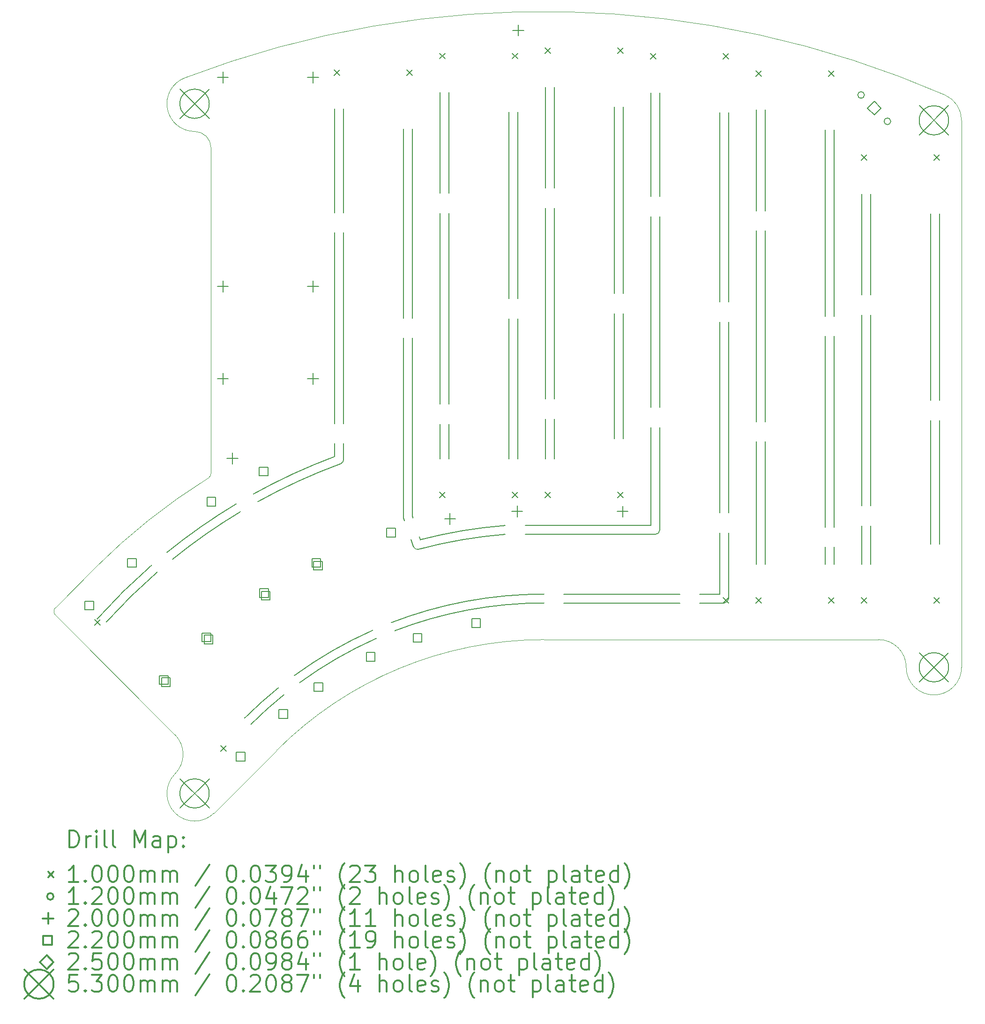
<source format=gbr>
%FSLAX45Y45*%
G04 Gerber Fmt 4.5, Leading zero omitted, Abs format (unit mm)*
G04 Created by KiCad (PCBNEW 5.1.12-84ad8e8a86~92~ubuntu20.04.1) date 2021-11-16 23:21:28*
%MOMM*%
%LPD*%
G01*
G04 APERTURE LIST*
%TA.AperFunction,Profile*%
%ADD10C,0.150000*%
%TD*%
%TA.AperFunction,Profile*%
%ADD11C,0.120000*%
%TD*%
%TA.AperFunction,Profile*%
%ADD12C,0.100000*%
%TD*%
%ADD13C,0.200000*%
%ADD14C,0.300000*%
G04 APERTURE END LIST*
D10*
X13639354Y-10973740D02*
G75*
G02*
X13635000Y-10947438I77263J26302D01*
G01*
X12555000Y-9922015D02*
G75*
G02*
X12502581Y-9997064I-80000J46D01*
G01*
X13916617Y-11540525D02*
G75*
G02*
X13814930Y-11490929I-26046J75642D01*
G01*
X18270000Y-11192000D02*
G75*
G02*
X18190000Y-11272000I-80000J0D01*
G01*
X13639354Y-10973740D02*
X13657391Y-11026619D01*
X11004920Y-10682721D02*
G75*
G02*
X12502581Y-9997064I5171118J-9316639D01*
G01*
X12555000Y-9631000D02*
X12555000Y-9922015D01*
X9465667Y-11722221D02*
G75*
G02*
X10693154Y-10862725I6710371J-8277139D01*
G01*
X8269480Y-12856080D02*
G75*
G02*
X9189891Y-11953624I7906558J-7143280D01*
G01*
X8102684Y-12802420D02*
G75*
G02*
X9087045Y-11831057I8073354J-7196940D01*
G01*
X9362821Y-11599654D02*
G75*
G02*
X10613154Y-10724161I6813217J-8399706D01*
G01*
X13774595Y-11367006D02*
X13814930Y-11490929D01*
X13916617Y-11540525D02*
G75*
G02*
X15476000Y-11272000I2259421J-8458835D01*
G01*
X13416630Y-12867195D02*
G75*
G02*
X16176000Y-12352000I2759408J-7132165D01*
G01*
X10768769Y-14591692D02*
G75*
G02*
X11379134Y-14043595I5407269J-5407668D01*
G01*
X11664741Y-13824441D02*
G75*
G02*
X13084050Y-13005002I4511297J-6174919D01*
G01*
X11762143Y-13951377D02*
G75*
G02*
X13145279Y-13152823I4413895J-6047983D01*
G01*
X16536000Y-12352000D02*
X18630000Y-12352000D01*
X10881874Y-14704797D02*
G75*
G02*
X11476535Y-14170531I5294164J-5294563D01*
G01*
X13635000Y-7726000D02*
X13635000Y-10947438D01*
X13925878Y-11314915D02*
X13944459Y-11368296D01*
X13795000Y-7726000D02*
X13795000Y-10934236D01*
X13635000Y-7366000D02*
X13635000Y-3946000D01*
X13795000Y-3946000D02*
X13795000Y-7366000D01*
X12555000Y-5461000D02*
X12555000Y-3586000D01*
X12555000Y-9271000D02*
X12555000Y-5821000D01*
X12395000Y-9631000D02*
X12395000Y-9866650D01*
X12395000Y-5821000D02*
X12395000Y-9271000D01*
X12395000Y-3586000D02*
X12395000Y-5461000D01*
X18270000Y-9339000D02*
X18270000Y-11192000D01*
X15836000Y-11272000D02*
X18190000Y-11272000D01*
X19350000Y-11244000D02*
X19350000Y-12352000D01*
X18990000Y-12352000D02*
X19350000Y-12352000D01*
X18990000Y-12512000D02*
X19430000Y-12512000D01*
X18270000Y-5169000D02*
X18270000Y-3294000D01*
X18270000Y-8979000D02*
X18270000Y-5529000D01*
X18110000Y-9339000D02*
X18110000Y-11112000D01*
X18110000Y-5529000D02*
X18110000Y-8979000D01*
X18110000Y-3294000D02*
X18110000Y-5169000D01*
X19350000Y-7074000D02*
X19350000Y-3654000D01*
X19350000Y-10884000D02*
X19350000Y-7434000D01*
X19510000Y-11244000D02*
X19510000Y-12432000D01*
X19510000Y-7434000D02*
X19510000Y-10884000D01*
X19510000Y-3654000D02*
X19510000Y-7074000D01*
X15700000Y-7376000D02*
X15700000Y-9905000D01*
X15700000Y-3646000D02*
X15700000Y-7016000D01*
X15540000Y-7016000D02*
X15540000Y-3646000D01*
X15540000Y-9905000D02*
X15540000Y-7376000D01*
X14460000Y-9281000D02*
X14460000Y-9905000D01*
X14460000Y-5471000D02*
X14460000Y-8921000D01*
X14460000Y-3286000D02*
X14460000Y-5111000D01*
X14300000Y-5111000D02*
X14300000Y-3286000D01*
X14300000Y-8921000D02*
X14300000Y-5471000D01*
X14300000Y-9905000D02*
X14300000Y-9281000D01*
X17445000Y-6920000D02*
X17445000Y-3550000D01*
X17445000Y-9547000D02*
X17445000Y-7280000D01*
X17605000Y-7280000D02*
X17605000Y-9547000D01*
X17605000Y-3550000D02*
X17605000Y-6920000D01*
X16365000Y-3190000D02*
X16365000Y-5015000D01*
X16205000Y-5015000D02*
X16205000Y-3190000D01*
X16365000Y-5375000D02*
X16365000Y-8825000D01*
X16205000Y-8825000D02*
X16205000Y-5375000D01*
X16365000Y-9185000D02*
X16365000Y-9907000D01*
X16205000Y-9907000D02*
X16205000Y-9185000D01*
X21255000Y-7692000D02*
X21255000Y-11142000D01*
X21255000Y-3962000D02*
X21255000Y-7332000D01*
X21415000Y-7332000D02*
X21415000Y-3962000D01*
X21415000Y-11142000D02*
X21415000Y-7692000D01*
X21415000Y-11812000D02*
X21415000Y-11502000D01*
X21255000Y-11812000D02*
X21255000Y-11502000D01*
X20175000Y-9597000D02*
X20175000Y-11812000D01*
X20175000Y-5787000D02*
X20175000Y-9237000D01*
X20175000Y-3602000D02*
X20175000Y-5427000D01*
X20015000Y-5427000D02*
X20015000Y-3602000D01*
X20015000Y-9237000D02*
X20015000Y-5787000D01*
X20015000Y-11812000D02*
X20015000Y-9597000D01*
X23160000Y-11452000D02*
X23160000Y-9210000D01*
X23320000Y-8850000D02*
X23320000Y-5480000D01*
X23320000Y-11452000D02*
X23320000Y-9210000D01*
X21920000Y-11115000D02*
X21920000Y-11812000D01*
X21920000Y-7305000D02*
X21920000Y-10755000D01*
X21920000Y-5120000D02*
X21920000Y-6945000D01*
X22080000Y-6945000D02*
X22080000Y-5120000D01*
X22080000Y-10755000D02*
X22080000Y-7305000D01*
X22080000Y-11812000D02*
X22080000Y-11115000D01*
X23160000Y-5480000D02*
X23160000Y-8850000D01*
X13795000Y-10934236D02*
X13808674Y-10974528D01*
X10925079Y-10544442D02*
G75*
G02*
X12395000Y-9866650I5250959J-9454918D01*
G01*
X15836000Y-11112000D02*
X18110000Y-11112000D01*
X19510000Y-12432000D02*
G75*
G02*
X19430000Y-12512000I-80000J0D01*
G01*
X13944459Y-11368296D02*
G75*
G02*
X15476000Y-11112000I2231579J-8631064D01*
G01*
X16536000Y-12512000D02*
X18630000Y-12512000D01*
X13477876Y-13015058D02*
G75*
G02*
X16176000Y-12512000I2698162J-6984302D01*
G01*
D11*
X7352485Y-12734402D02*
G75*
G02*
X7352485Y-12592980I70711J70711D01*
G01*
D12*
X9510337Y-14892253D02*
G75*
G02*
X9510337Y-15599360I-353553J-353553D01*
G01*
X10217443Y-16306467D02*
G75*
G02*
X9510337Y-15599360I-353553J353553D01*
G01*
X9864130Y-3993217D02*
G75*
G02*
X10161490Y-4290577I0J-297360D01*
G01*
X9864130Y-3993217D02*
G75*
G02*
X9685297Y-3026200I-240J500000D01*
G01*
X22222038Y-13174000D02*
G75*
G02*
X22722038Y-13674000I0J-500000D01*
G01*
X23722038Y-13674000D02*
G75*
G02*
X22722038Y-13674000I-500000J0D01*
G01*
X10161490Y-10169693D02*
G75*
G02*
X10114309Y-10254577I-100000J29D01*
G01*
X10161490Y-4290577D02*
X10161490Y-10169693D01*
X23421413Y-3334354D02*
G75*
G02*
X23722038Y-3792884I-199375J-458530D01*
G01*
X9685297Y-3026200D02*
G75*
G02*
X23421413Y-3334354I6490741J-16973160D01*
G01*
X8061271Y-11884194D02*
G75*
G02*
X10114309Y-10254577I8114767J-8115166D01*
G01*
X7352485Y-12592980D02*
X8061271Y-11884194D01*
X9510337Y-14892253D02*
X7352485Y-12734402D01*
X11350034Y-15173356D02*
X10217443Y-16306467D01*
X11350034Y-15173356D02*
G75*
G02*
X16176038Y-13174360I4826004J-4826004D01*
G01*
X16176038Y-13174360D02*
X22222038Y-13174000D01*
X23722038Y-3792884D02*
X23722038Y-13674000D01*
D13*
X8062298Y-12812945D02*
X8162298Y-12912945D01*
X8162298Y-12812945D02*
X8062298Y-12912945D01*
X10337061Y-15087708D02*
X10437061Y-15187708D01*
X10437061Y-15087708D02*
X10337061Y-15187708D01*
X12389000Y-2880000D02*
X12489000Y-2980000D01*
X12489000Y-2880000D02*
X12389000Y-2980000D01*
X13701000Y-2880000D02*
X13801000Y-2980000D01*
X13801000Y-2880000D02*
X13701000Y-2980000D01*
X14294000Y-2580000D02*
X14394000Y-2680000D01*
X14394000Y-2580000D02*
X14294000Y-2680000D01*
X14294000Y-10511000D02*
X14394000Y-10611000D01*
X14394000Y-10511000D02*
X14294000Y-10611000D01*
X15606000Y-2580000D02*
X15706000Y-2680000D01*
X15706000Y-2580000D02*
X15606000Y-2680000D01*
X15606000Y-10511000D02*
X15706000Y-10611000D01*
X15706000Y-10511000D02*
X15606000Y-10611000D01*
X16199000Y-2484000D02*
X16299000Y-2584000D01*
X16299000Y-2484000D02*
X16199000Y-2584000D01*
X16199000Y-10513000D02*
X16299000Y-10613000D01*
X16299000Y-10513000D02*
X16199000Y-10613000D01*
X17511000Y-2484000D02*
X17611000Y-2584000D01*
X17611000Y-2484000D02*
X17511000Y-2584000D01*
X17511000Y-10513000D02*
X17611000Y-10613000D01*
X17611000Y-10513000D02*
X17511000Y-10613000D01*
X18104000Y-2588000D02*
X18204000Y-2688000D01*
X18204000Y-2588000D02*
X18104000Y-2688000D01*
X19416000Y-2588000D02*
X19516000Y-2688000D01*
X19516000Y-2588000D02*
X19416000Y-2688000D01*
X19416000Y-12418000D02*
X19516000Y-12518000D01*
X19516000Y-12418000D02*
X19416000Y-12518000D01*
X20009000Y-2896000D02*
X20109000Y-2996000D01*
X20109000Y-2896000D02*
X20009000Y-2996000D01*
X20009000Y-12418000D02*
X20109000Y-12518000D01*
X20109000Y-12418000D02*
X20009000Y-12518000D01*
X21321000Y-2896000D02*
X21421000Y-2996000D01*
X21421000Y-2896000D02*
X21321000Y-2996000D01*
X21321000Y-12418000D02*
X21421000Y-12518000D01*
X21421000Y-12418000D02*
X21321000Y-12518000D01*
X21914000Y-4414000D02*
X22014000Y-4514000D01*
X22014000Y-4414000D02*
X21914000Y-4514000D01*
X21914000Y-12418000D02*
X22014000Y-12518000D01*
X22014000Y-12418000D02*
X21914000Y-12518000D01*
X23226000Y-4414000D02*
X23326000Y-4514000D01*
X23326000Y-4414000D02*
X23226000Y-4514000D01*
X23226000Y-12418000D02*
X23326000Y-12518000D01*
X23326000Y-12418000D02*
X23226000Y-12518000D01*
X21965625Y-3334062D02*
G75*
G03*
X21965625Y-3334062I-60000J0D01*
G01*
X22441875Y-3810312D02*
G75*
G03*
X22441875Y-3810312I-60000J0D01*
G01*
X10375625Y-2915750D02*
X10375625Y-3115750D01*
X10275625Y-3015750D02*
X10475625Y-3015750D01*
X10375625Y-6691250D02*
X10375625Y-6891250D01*
X10275625Y-6791250D02*
X10475625Y-6791250D01*
X10375625Y-8358125D02*
X10375625Y-8558125D01*
X10275625Y-8458125D02*
X10475625Y-8458125D01*
X10550000Y-9800000D02*
X10550000Y-10000000D01*
X10450000Y-9900000D02*
X10650000Y-9900000D01*
X12004375Y-2915750D02*
X12004375Y-3115750D01*
X11904375Y-3015750D02*
X12104375Y-3015750D01*
X12004375Y-6691250D02*
X12004375Y-6891250D01*
X11904375Y-6791250D02*
X12104375Y-6791250D01*
X12004375Y-8358125D02*
X12004375Y-8558125D01*
X11904375Y-8458125D02*
X12104375Y-8458125D01*
X14479344Y-10892081D02*
X14479344Y-11092081D01*
X14379344Y-10992081D02*
X14579344Y-10992081D01*
X15692375Y-10757500D02*
X15692375Y-10957500D01*
X15592375Y-10857500D02*
X15792375Y-10857500D01*
X15714375Y-2065937D02*
X15714375Y-2265938D01*
X15614375Y-2165938D02*
X15814375Y-2165938D01*
X17597375Y-10759500D02*
X17597375Y-10959500D01*
X17497375Y-10859500D02*
X17697375Y-10859500D01*
X8039361Y-12633429D02*
X8039361Y-12477864D01*
X7883796Y-12477864D01*
X7883796Y-12633429D01*
X8039361Y-12633429D01*
X8810108Y-11862683D02*
X8810108Y-11707118D01*
X8654543Y-11707118D01*
X8654543Y-11862683D01*
X8810108Y-11862683D01*
X9386400Y-13980468D02*
X9386400Y-13824903D01*
X9230835Y-13824903D01*
X9230835Y-13980468D01*
X9386400Y-13980468D01*
X9425290Y-14019359D02*
X9425290Y-13863794D01*
X9269725Y-13863794D01*
X9269725Y-14019359D01*
X9425290Y-14019359D01*
X10157146Y-13209721D02*
X10157146Y-13054156D01*
X10001581Y-13054156D01*
X10001581Y-13209721D01*
X10157146Y-13209721D01*
X10196037Y-13248612D02*
X10196037Y-13093047D01*
X10040472Y-13093047D01*
X10040472Y-13248612D01*
X10196037Y-13248612D01*
X10245837Y-10761009D02*
X10245837Y-10605444D01*
X10090272Y-10605444D01*
X10090272Y-10761009D01*
X10245837Y-10761009D01*
X10772329Y-15366397D02*
X10772329Y-15210832D01*
X10616764Y-15210832D01*
X10616764Y-15366397D01*
X10772329Y-15366397D01*
X11189804Y-10216009D02*
X11189804Y-10060444D01*
X11034240Y-10060444D01*
X11034240Y-10216009D01*
X11189804Y-10216009D01*
X11198337Y-12410788D02*
X11198337Y-12255223D01*
X11042772Y-12255223D01*
X11042772Y-12410788D01*
X11198337Y-12410788D01*
X11225837Y-12458419D02*
X11225837Y-12302854D01*
X11070272Y-12302854D01*
X11070272Y-12458419D01*
X11225837Y-12458419D01*
X11543075Y-14595651D02*
X11543075Y-14440086D01*
X11387510Y-14440086D01*
X11387510Y-14595651D01*
X11543075Y-14595651D01*
X12142304Y-11865788D02*
X12142304Y-11710223D01*
X11986739Y-11710223D01*
X11986739Y-11865788D01*
X12142304Y-11865788D01*
X12169804Y-11913419D02*
X12169804Y-11757854D01*
X12014239Y-11757854D01*
X12014239Y-11913419D01*
X12169804Y-11913419D01*
X12178337Y-14108197D02*
X12178337Y-13952632D01*
X12022772Y-13952632D01*
X12022772Y-14108197D01*
X12178337Y-14108197D01*
X13122304Y-13563197D02*
X13122304Y-13407632D01*
X12966739Y-13407632D01*
X12966739Y-13563197D01*
X13122304Y-13563197D01*
X13492021Y-11319096D02*
X13492021Y-11163531D01*
X13336456Y-11163531D01*
X13336456Y-11319096D01*
X13492021Y-11319096D01*
X13969507Y-13220045D02*
X13969507Y-13064480D01*
X13813942Y-13064480D01*
X13813942Y-13220045D01*
X13969507Y-13220045D01*
X15026667Y-12954505D02*
X15026667Y-12798940D01*
X14871102Y-12798940D01*
X14871102Y-12954505D01*
X15026667Y-12954505D01*
X22143750Y-3697187D02*
X22268750Y-3572187D01*
X22143750Y-3447187D01*
X22018750Y-3572187D01*
X22143750Y-3697187D01*
X9598890Y-3228217D02*
X10128890Y-3758217D01*
X10128890Y-3228217D02*
X9598890Y-3758217D01*
X10128890Y-3493217D02*
G75*
G03*
X10128890Y-3493217I-265000J0D01*
G01*
X9598890Y-15687914D02*
X10128890Y-16217914D01*
X10128890Y-15687914D02*
X9598890Y-16217914D01*
X10128890Y-15952914D02*
G75*
G03*
X10128890Y-15952914I-265000J0D01*
G01*
X22957038Y-3527884D02*
X23487038Y-4057884D01*
X23487038Y-3527884D02*
X22957038Y-4057884D01*
X23487038Y-3792884D02*
G75*
G03*
X23487038Y-3792884I-265000J0D01*
G01*
X22957038Y-13409000D02*
X23487038Y-13939000D01*
X23487038Y-13409000D02*
X22957038Y-13939000D01*
X23487038Y-13674000D02*
G75*
G03*
X23487038Y-13674000I-265000J0D01*
G01*
D14*
X7603624Y-16923628D02*
X7603624Y-16623628D01*
X7675052Y-16623628D01*
X7717910Y-16637914D01*
X7746481Y-16666485D01*
X7760767Y-16695057D01*
X7775052Y-16752199D01*
X7775052Y-16795057D01*
X7760767Y-16852200D01*
X7746481Y-16880771D01*
X7717910Y-16909342D01*
X7675052Y-16923628D01*
X7603624Y-16923628D01*
X7903624Y-16923628D02*
X7903624Y-16723628D01*
X7903624Y-16780771D02*
X7917910Y-16752199D01*
X7932195Y-16737914D01*
X7960767Y-16723628D01*
X7989338Y-16723628D01*
X8089338Y-16923628D02*
X8089338Y-16723628D01*
X8089338Y-16623628D02*
X8075052Y-16637914D01*
X8089338Y-16652199D01*
X8103624Y-16637914D01*
X8089338Y-16623628D01*
X8089338Y-16652199D01*
X8275052Y-16923628D02*
X8246481Y-16909342D01*
X8232195Y-16880771D01*
X8232195Y-16623628D01*
X8432195Y-16923628D02*
X8403624Y-16909342D01*
X8389338Y-16880771D01*
X8389338Y-16623628D01*
X8775053Y-16923628D02*
X8775053Y-16623628D01*
X8875053Y-16837914D01*
X8975053Y-16623628D01*
X8975053Y-16923628D01*
X9246481Y-16923628D02*
X9246481Y-16766485D01*
X9232195Y-16737914D01*
X9203624Y-16723628D01*
X9146481Y-16723628D01*
X9117910Y-16737914D01*
X9246481Y-16909342D02*
X9217910Y-16923628D01*
X9146481Y-16923628D01*
X9117910Y-16909342D01*
X9103624Y-16880771D01*
X9103624Y-16852200D01*
X9117910Y-16823628D01*
X9146481Y-16809342D01*
X9217910Y-16809342D01*
X9246481Y-16795057D01*
X9389338Y-16723628D02*
X9389338Y-17023628D01*
X9389338Y-16737914D02*
X9417910Y-16723628D01*
X9475053Y-16723628D01*
X9503624Y-16737914D01*
X9517910Y-16752199D01*
X9532195Y-16780771D01*
X9532195Y-16866485D01*
X9517910Y-16895057D01*
X9503624Y-16909342D01*
X9475053Y-16923628D01*
X9417910Y-16923628D01*
X9389338Y-16909342D01*
X9660767Y-16895057D02*
X9675053Y-16909342D01*
X9660767Y-16923628D01*
X9646481Y-16909342D01*
X9660767Y-16895057D01*
X9660767Y-16923628D01*
X9660767Y-16737914D02*
X9675053Y-16752199D01*
X9660767Y-16766485D01*
X9646481Y-16752199D01*
X9660767Y-16737914D01*
X9660767Y-16766485D01*
X7217195Y-17367914D02*
X7317195Y-17467914D01*
X7317195Y-17367914D02*
X7217195Y-17467914D01*
X7760767Y-17553628D02*
X7589338Y-17553628D01*
X7675052Y-17553628D02*
X7675052Y-17253628D01*
X7646481Y-17296485D01*
X7617910Y-17325057D01*
X7589338Y-17339342D01*
X7889338Y-17525057D02*
X7903624Y-17539342D01*
X7889338Y-17553628D01*
X7875052Y-17539342D01*
X7889338Y-17525057D01*
X7889338Y-17553628D01*
X8089338Y-17253628D02*
X8117910Y-17253628D01*
X8146481Y-17267914D01*
X8160767Y-17282200D01*
X8175052Y-17310771D01*
X8189338Y-17367914D01*
X8189338Y-17439342D01*
X8175052Y-17496485D01*
X8160767Y-17525057D01*
X8146481Y-17539342D01*
X8117910Y-17553628D01*
X8089338Y-17553628D01*
X8060767Y-17539342D01*
X8046481Y-17525057D01*
X8032195Y-17496485D01*
X8017910Y-17439342D01*
X8017910Y-17367914D01*
X8032195Y-17310771D01*
X8046481Y-17282200D01*
X8060767Y-17267914D01*
X8089338Y-17253628D01*
X8375052Y-17253628D02*
X8403624Y-17253628D01*
X8432195Y-17267914D01*
X8446481Y-17282200D01*
X8460767Y-17310771D01*
X8475053Y-17367914D01*
X8475053Y-17439342D01*
X8460767Y-17496485D01*
X8446481Y-17525057D01*
X8432195Y-17539342D01*
X8403624Y-17553628D01*
X8375052Y-17553628D01*
X8346481Y-17539342D01*
X8332195Y-17525057D01*
X8317910Y-17496485D01*
X8303624Y-17439342D01*
X8303624Y-17367914D01*
X8317910Y-17310771D01*
X8332195Y-17282200D01*
X8346481Y-17267914D01*
X8375052Y-17253628D01*
X8660767Y-17253628D02*
X8689338Y-17253628D01*
X8717910Y-17267914D01*
X8732195Y-17282200D01*
X8746481Y-17310771D01*
X8760767Y-17367914D01*
X8760767Y-17439342D01*
X8746481Y-17496485D01*
X8732195Y-17525057D01*
X8717910Y-17539342D01*
X8689338Y-17553628D01*
X8660767Y-17553628D01*
X8632195Y-17539342D01*
X8617910Y-17525057D01*
X8603624Y-17496485D01*
X8589338Y-17439342D01*
X8589338Y-17367914D01*
X8603624Y-17310771D01*
X8617910Y-17282200D01*
X8632195Y-17267914D01*
X8660767Y-17253628D01*
X8889338Y-17553628D02*
X8889338Y-17353628D01*
X8889338Y-17382200D02*
X8903624Y-17367914D01*
X8932195Y-17353628D01*
X8975053Y-17353628D01*
X9003624Y-17367914D01*
X9017910Y-17396485D01*
X9017910Y-17553628D01*
X9017910Y-17396485D02*
X9032195Y-17367914D01*
X9060767Y-17353628D01*
X9103624Y-17353628D01*
X9132195Y-17367914D01*
X9146481Y-17396485D01*
X9146481Y-17553628D01*
X9289338Y-17553628D02*
X9289338Y-17353628D01*
X9289338Y-17382200D02*
X9303624Y-17367914D01*
X9332195Y-17353628D01*
X9375053Y-17353628D01*
X9403624Y-17367914D01*
X9417910Y-17396485D01*
X9417910Y-17553628D01*
X9417910Y-17396485D02*
X9432195Y-17367914D01*
X9460767Y-17353628D01*
X9503624Y-17353628D01*
X9532195Y-17367914D01*
X9546481Y-17396485D01*
X9546481Y-17553628D01*
X10132195Y-17239342D02*
X9875053Y-17625057D01*
X10517910Y-17253628D02*
X10546481Y-17253628D01*
X10575053Y-17267914D01*
X10589338Y-17282200D01*
X10603624Y-17310771D01*
X10617910Y-17367914D01*
X10617910Y-17439342D01*
X10603624Y-17496485D01*
X10589338Y-17525057D01*
X10575053Y-17539342D01*
X10546481Y-17553628D01*
X10517910Y-17553628D01*
X10489338Y-17539342D01*
X10475053Y-17525057D01*
X10460767Y-17496485D01*
X10446481Y-17439342D01*
X10446481Y-17367914D01*
X10460767Y-17310771D01*
X10475053Y-17282200D01*
X10489338Y-17267914D01*
X10517910Y-17253628D01*
X10746481Y-17525057D02*
X10760767Y-17539342D01*
X10746481Y-17553628D01*
X10732195Y-17539342D01*
X10746481Y-17525057D01*
X10746481Y-17553628D01*
X10946481Y-17253628D02*
X10975053Y-17253628D01*
X11003624Y-17267914D01*
X11017910Y-17282200D01*
X11032195Y-17310771D01*
X11046481Y-17367914D01*
X11046481Y-17439342D01*
X11032195Y-17496485D01*
X11017910Y-17525057D01*
X11003624Y-17539342D01*
X10975053Y-17553628D01*
X10946481Y-17553628D01*
X10917910Y-17539342D01*
X10903624Y-17525057D01*
X10889338Y-17496485D01*
X10875053Y-17439342D01*
X10875053Y-17367914D01*
X10889338Y-17310771D01*
X10903624Y-17282200D01*
X10917910Y-17267914D01*
X10946481Y-17253628D01*
X11146481Y-17253628D02*
X11332195Y-17253628D01*
X11232195Y-17367914D01*
X11275052Y-17367914D01*
X11303624Y-17382200D01*
X11317910Y-17396485D01*
X11332195Y-17425057D01*
X11332195Y-17496485D01*
X11317910Y-17525057D01*
X11303624Y-17539342D01*
X11275052Y-17553628D01*
X11189338Y-17553628D01*
X11160767Y-17539342D01*
X11146481Y-17525057D01*
X11475052Y-17553628D02*
X11532195Y-17553628D01*
X11560767Y-17539342D01*
X11575052Y-17525057D01*
X11603624Y-17482200D01*
X11617910Y-17425057D01*
X11617910Y-17310771D01*
X11603624Y-17282200D01*
X11589338Y-17267914D01*
X11560767Y-17253628D01*
X11503624Y-17253628D01*
X11475052Y-17267914D01*
X11460767Y-17282200D01*
X11446481Y-17310771D01*
X11446481Y-17382200D01*
X11460767Y-17410771D01*
X11475052Y-17425057D01*
X11503624Y-17439342D01*
X11560767Y-17439342D01*
X11589338Y-17425057D01*
X11603624Y-17410771D01*
X11617910Y-17382200D01*
X11875052Y-17353628D02*
X11875052Y-17553628D01*
X11803624Y-17239342D02*
X11732195Y-17453628D01*
X11917910Y-17453628D01*
X12017910Y-17253628D02*
X12017910Y-17310771D01*
X12132195Y-17253628D02*
X12132195Y-17310771D01*
X12575052Y-17667914D02*
X12560767Y-17653628D01*
X12532195Y-17610771D01*
X12517910Y-17582200D01*
X12503624Y-17539342D01*
X12489338Y-17467914D01*
X12489338Y-17410771D01*
X12503624Y-17339342D01*
X12517910Y-17296485D01*
X12532195Y-17267914D01*
X12560767Y-17225057D01*
X12575052Y-17210771D01*
X12675052Y-17282200D02*
X12689338Y-17267914D01*
X12717910Y-17253628D01*
X12789338Y-17253628D01*
X12817910Y-17267914D01*
X12832195Y-17282200D01*
X12846481Y-17310771D01*
X12846481Y-17339342D01*
X12832195Y-17382200D01*
X12660767Y-17553628D01*
X12846481Y-17553628D01*
X12946481Y-17253628D02*
X13132195Y-17253628D01*
X13032195Y-17367914D01*
X13075052Y-17367914D01*
X13103624Y-17382200D01*
X13117910Y-17396485D01*
X13132195Y-17425057D01*
X13132195Y-17496485D01*
X13117910Y-17525057D01*
X13103624Y-17539342D01*
X13075052Y-17553628D01*
X12989338Y-17553628D01*
X12960767Y-17539342D01*
X12946481Y-17525057D01*
X13489338Y-17553628D02*
X13489338Y-17253628D01*
X13617910Y-17553628D02*
X13617910Y-17396485D01*
X13603624Y-17367914D01*
X13575052Y-17353628D01*
X13532195Y-17353628D01*
X13503624Y-17367914D01*
X13489338Y-17382200D01*
X13803624Y-17553628D02*
X13775052Y-17539342D01*
X13760767Y-17525057D01*
X13746481Y-17496485D01*
X13746481Y-17410771D01*
X13760767Y-17382200D01*
X13775052Y-17367914D01*
X13803624Y-17353628D01*
X13846481Y-17353628D01*
X13875052Y-17367914D01*
X13889338Y-17382200D01*
X13903624Y-17410771D01*
X13903624Y-17496485D01*
X13889338Y-17525057D01*
X13875052Y-17539342D01*
X13846481Y-17553628D01*
X13803624Y-17553628D01*
X14075052Y-17553628D02*
X14046481Y-17539342D01*
X14032195Y-17510771D01*
X14032195Y-17253628D01*
X14303624Y-17539342D02*
X14275052Y-17553628D01*
X14217910Y-17553628D01*
X14189338Y-17539342D01*
X14175052Y-17510771D01*
X14175052Y-17396485D01*
X14189338Y-17367914D01*
X14217910Y-17353628D01*
X14275052Y-17353628D01*
X14303624Y-17367914D01*
X14317910Y-17396485D01*
X14317910Y-17425057D01*
X14175052Y-17453628D01*
X14432195Y-17539342D02*
X14460767Y-17553628D01*
X14517910Y-17553628D01*
X14546481Y-17539342D01*
X14560767Y-17510771D01*
X14560767Y-17496485D01*
X14546481Y-17467914D01*
X14517910Y-17453628D01*
X14475052Y-17453628D01*
X14446481Y-17439342D01*
X14432195Y-17410771D01*
X14432195Y-17396485D01*
X14446481Y-17367914D01*
X14475052Y-17353628D01*
X14517910Y-17353628D01*
X14546481Y-17367914D01*
X14660767Y-17667914D02*
X14675052Y-17653628D01*
X14703624Y-17610771D01*
X14717910Y-17582200D01*
X14732195Y-17539342D01*
X14746481Y-17467914D01*
X14746481Y-17410771D01*
X14732195Y-17339342D01*
X14717910Y-17296485D01*
X14703624Y-17267914D01*
X14675052Y-17225057D01*
X14660767Y-17210771D01*
X15203624Y-17667914D02*
X15189338Y-17653628D01*
X15160767Y-17610771D01*
X15146481Y-17582200D01*
X15132195Y-17539342D01*
X15117910Y-17467914D01*
X15117910Y-17410771D01*
X15132195Y-17339342D01*
X15146481Y-17296485D01*
X15160767Y-17267914D01*
X15189338Y-17225057D01*
X15203624Y-17210771D01*
X15317910Y-17353628D02*
X15317910Y-17553628D01*
X15317910Y-17382200D02*
X15332195Y-17367914D01*
X15360767Y-17353628D01*
X15403624Y-17353628D01*
X15432195Y-17367914D01*
X15446481Y-17396485D01*
X15446481Y-17553628D01*
X15632195Y-17553628D02*
X15603624Y-17539342D01*
X15589338Y-17525057D01*
X15575052Y-17496485D01*
X15575052Y-17410771D01*
X15589338Y-17382200D01*
X15603624Y-17367914D01*
X15632195Y-17353628D01*
X15675052Y-17353628D01*
X15703624Y-17367914D01*
X15717910Y-17382200D01*
X15732195Y-17410771D01*
X15732195Y-17496485D01*
X15717910Y-17525057D01*
X15703624Y-17539342D01*
X15675052Y-17553628D01*
X15632195Y-17553628D01*
X15817910Y-17353628D02*
X15932195Y-17353628D01*
X15860767Y-17253628D02*
X15860767Y-17510771D01*
X15875052Y-17539342D01*
X15903624Y-17553628D01*
X15932195Y-17553628D01*
X16260767Y-17353628D02*
X16260767Y-17653628D01*
X16260767Y-17367914D02*
X16289338Y-17353628D01*
X16346481Y-17353628D01*
X16375052Y-17367914D01*
X16389338Y-17382200D01*
X16403624Y-17410771D01*
X16403624Y-17496485D01*
X16389338Y-17525057D01*
X16375052Y-17539342D01*
X16346481Y-17553628D01*
X16289338Y-17553628D01*
X16260767Y-17539342D01*
X16575052Y-17553628D02*
X16546481Y-17539342D01*
X16532195Y-17510771D01*
X16532195Y-17253628D01*
X16817910Y-17553628D02*
X16817910Y-17396485D01*
X16803624Y-17367914D01*
X16775052Y-17353628D01*
X16717910Y-17353628D01*
X16689338Y-17367914D01*
X16817910Y-17539342D02*
X16789338Y-17553628D01*
X16717910Y-17553628D01*
X16689338Y-17539342D01*
X16675052Y-17510771D01*
X16675052Y-17482200D01*
X16689338Y-17453628D01*
X16717910Y-17439342D01*
X16789338Y-17439342D01*
X16817910Y-17425057D01*
X16917910Y-17353628D02*
X17032195Y-17353628D01*
X16960767Y-17253628D02*
X16960767Y-17510771D01*
X16975053Y-17539342D01*
X17003624Y-17553628D01*
X17032195Y-17553628D01*
X17246481Y-17539342D02*
X17217910Y-17553628D01*
X17160767Y-17553628D01*
X17132195Y-17539342D01*
X17117910Y-17510771D01*
X17117910Y-17396485D01*
X17132195Y-17367914D01*
X17160767Y-17353628D01*
X17217910Y-17353628D01*
X17246481Y-17367914D01*
X17260767Y-17396485D01*
X17260767Y-17425057D01*
X17117910Y-17453628D01*
X17517910Y-17553628D02*
X17517910Y-17253628D01*
X17517910Y-17539342D02*
X17489338Y-17553628D01*
X17432195Y-17553628D01*
X17403624Y-17539342D01*
X17389338Y-17525057D01*
X17375053Y-17496485D01*
X17375053Y-17410771D01*
X17389338Y-17382200D01*
X17403624Y-17367914D01*
X17432195Y-17353628D01*
X17489338Y-17353628D01*
X17517910Y-17367914D01*
X17632195Y-17667914D02*
X17646481Y-17653628D01*
X17675053Y-17610771D01*
X17689338Y-17582200D01*
X17703624Y-17539342D01*
X17717910Y-17467914D01*
X17717910Y-17410771D01*
X17703624Y-17339342D01*
X17689338Y-17296485D01*
X17675053Y-17267914D01*
X17646481Y-17225057D01*
X17632195Y-17210771D01*
X7317195Y-17813914D02*
G75*
G03*
X7317195Y-17813914I-60000J0D01*
G01*
X7760767Y-17949628D02*
X7589338Y-17949628D01*
X7675052Y-17949628D02*
X7675052Y-17649628D01*
X7646481Y-17692485D01*
X7617910Y-17721057D01*
X7589338Y-17735342D01*
X7889338Y-17921057D02*
X7903624Y-17935342D01*
X7889338Y-17949628D01*
X7875052Y-17935342D01*
X7889338Y-17921057D01*
X7889338Y-17949628D01*
X8017910Y-17678200D02*
X8032195Y-17663914D01*
X8060767Y-17649628D01*
X8132195Y-17649628D01*
X8160767Y-17663914D01*
X8175052Y-17678200D01*
X8189338Y-17706771D01*
X8189338Y-17735342D01*
X8175052Y-17778200D01*
X8003624Y-17949628D01*
X8189338Y-17949628D01*
X8375052Y-17649628D02*
X8403624Y-17649628D01*
X8432195Y-17663914D01*
X8446481Y-17678200D01*
X8460767Y-17706771D01*
X8475053Y-17763914D01*
X8475053Y-17835342D01*
X8460767Y-17892485D01*
X8446481Y-17921057D01*
X8432195Y-17935342D01*
X8403624Y-17949628D01*
X8375052Y-17949628D01*
X8346481Y-17935342D01*
X8332195Y-17921057D01*
X8317910Y-17892485D01*
X8303624Y-17835342D01*
X8303624Y-17763914D01*
X8317910Y-17706771D01*
X8332195Y-17678200D01*
X8346481Y-17663914D01*
X8375052Y-17649628D01*
X8660767Y-17649628D02*
X8689338Y-17649628D01*
X8717910Y-17663914D01*
X8732195Y-17678200D01*
X8746481Y-17706771D01*
X8760767Y-17763914D01*
X8760767Y-17835342D01*
X8746481Y-17892485D01*
X8732195Y-17921057D01*
X8717910Y-17935342D01*
X8689338Y-17949628D01*
X8660767Y-17949628D01*
X8632195Y-17935342D01*
X8617910Y-17921057D01*
X8603624Y-17892485D01*
X8589338Y-17835342D01*
X8589338Y-17763914D01*
X8603624Y-17706771D01*
X8617910Y-17678200D01*
X8632195Y-17663914D01*
X8660767Y-17649628D01*
X8889338Y-17949628D02*
X8889338Y-17749628D01*
X8889338Y-17778200D02*
X8903624Y-17763914D01*
X8932195Y-17749628D01*
X8975053Y-17749628D01*
X9003624Y-17763914D01*
X9017910Y-17792485D01*
X9017910Y-17949628D01*
X9017910Y-17792485D02*
X9032195Y-17763914D01*
X9060767Y-17749628D01*
X9103624Y-17749628D01*
X9132195Y-17763914D01*
X9146481Y-17792485D01*
X9146481Y-17949628D01*
X9289338Y-17949628D02*
X9289338Y-17749628D01*
X9289338Y-17778200D02*
X9303624Y-17763914D01*
X9332195Y-17749628D01*
X9375053Y-17749628D01*
X9403624Y-17763914D01*
X9417910Y-17792485D01*
X9417910Y-17949628D01*
X9417910Y-17792485D02*
X9432195Y-17763914D01*
X9460767Y-17749628D01*
X9503624Y-17749628D01*
X9532195Y-17763914D01*
X9546481Y-17792485D01*
X9546481Y-17949628D01*
X10132195Y-17635342D02*
X9875053Y-18021057D01*
X10517910Y-17649628D02*
X10546481Y-17649628D01*
X10575053Y-17663914D01*
X10589338Y-17678200D01*
X10603624Y-17706771D01*
X10617910Y-17763914D01*
X10617910Y-17835342D01*
X10603624Y-17892485D01*
X10589338Y-17921057D01*
X10575053Y-17935342D01*
X10546481Y-17949628D01*
X10517910Y-17949628D01*
X10489338Y-17935342D01*
X10475053Y-17921057D01*
X10460767Y-17892485D01*
X10446481Y-17835342D01*
X10446481Y-17763914D01*
X10460767Y-17706771D01*
X10475053Y-17678200D01*
X10489338Y-17663914D01*
X10517910Y-17649628D01*
X10746481Y-17921057D02*
X10760767Y-17935342D01*
X10746481Y-17949628D01*
X10732195Y-17935342D01*
X10746481Y-17921057D01*
X10746481Y-17949628D01*
X10946481Y-17649628D02*
X10975053Y-17649628D01*
X11003624Y-17663914D01*
X11017910Y-17678200D01*
X11032195Y-17706771D01*
X11046481Y-17763914D01*
X11046481Y-17835342D01*
X11032195Y-17892485D01*
X11017910Y-17921057D01*
X11003624Y-17935342D01*
X10975053Y-17949628D01*
X10946481Y-17949628D01*
X10917910Y-17935342D01*
X10903624Y-17921057D01*
X10889338Y-17892485D01*
X10875053Y-17835342D01*
X10875053Y-17763914D01*
X10889338Y-17706771D01*
X10903624Y-17678200D01*
X10917910Y-17663914D01*
X10946481Y-17649628D01*
X11303624Y-17749628D02*
X11303624Y-17949628D01*
X11232195Y-17635342D02*
X11160767Y-17849628D01*
X11346481Y-17849628D01*
X11432195Y-17649628D02*
X11632195Y-17649628D01*
X11503624Y-17949628D01*
X11732195Y-17678200D02*
X11746481Y-17663914D01*
X11775052Y-17649628D01*
X11846481Y-17649628D01*
X11875052Y-17663914D01*
X11889338Y-17678200D01*
X11903624Y-17706771D01*
X11903624Y-17735342D01*
X11889338Y-17778200D01*
X11717910Y-17949628D01*
X11903624Y-17949628D01*
X12017910Y-17649628D02*
X12017910Y-17706771D01*
X12132195Y-17649628D02*
X12132195Y-17706771D01*
X12575052Y-18063914D02*
X12560767Y-18049628D01*
X12532195Y-18006771D01*
X12517910Y-17978200D01*
X12503624Y-17935342D01*
X12489338Y-17863914D01*
X12489338Y-17806771D01*
X12503624Y-17735342D01*
X12517910Y-17692485D01*
X12532195Y-17663914D01*
X12560767Y-17621057D01*
X12575052Y-17606771D01*
X12675052Y-17678200D02*
X12689338Y-17663914D01*
X12717910Y-17649628D01*
X12789338Y-17649628D01*
X12817910Y-17663914D01*
X12832195Y-17678200D01*
X12846481Y-17706771D01*
X12846481Y-17735342D01*
X12832195Y-17778200D01*
X12660767Y-17949628D01*
X12846481Y-17949628D01*
X13203624Y-17949628D02*
X13203624Y-17649628D01*
X13332195Y-17949628D02*
X13332195Y-17792485D01*
X13317910Y-17763914D01*
X13289338Y-17749628D01*
X13246481Y-17749628D01*
X13217910Y-17763914D01*
X13203624Y-17778200D01*
X13517910Y-17949628D02*
X13489338Y-17935342D01*
X13475052Y-17921057D01*
X13460767Y-17892485D01*
X13460767Y-17806771D01*
X13475052Y-17778200D01*
X13489338Y-17763914D01*
X13517910Y-17749628D01*
X13560767Y-17749628D01*
X13589338Y-17763914D01*
X13603624Y-17778200D01*
X13617910Y-17806771D01*
X13617910Y-17892485D01*
X13603624Y-17921057D01*
X13589338Y-17935342D01*
X13560767Y-17949628D01*
X13517910Y-17949628D01*
X13789338Y-17949628D02*
X13760767Y-17935342D01*
X13746481Y-17906771D01*
X13746481Y-17649628D01*
X14017910Y-17935342D02*
X13989338Y-17949628D01*
X13932195Y-17949628D01*
X13903624Y-17935342D01*
X13889338Y-17906771D01*
X13889338Y-17792485D01*
X13903624Y-17763914D01*
X13932195Y-17749628D01*
X13989338Y-17749628D01*
X14017910Y-17763914D01*
X14032195Y-17792485D01*
X14032195Y-17821057D01*
X13889338Y-17849628D01*
X14146481Y-17935342D02*
X14175052Y-17949628D01*
X14232195Y-17949628D01*
X14260767Y-17935342D01*
X14275052Y-17906771D01*
X14275052Y-17892485D01*
X14260767Y-17863914D01*
X14232195Y-17849628D01*
X14189338Y-17849628D01*
X14160767Y-17835342D01*
X14146481Y-17806771D01*
X14146481Y-17792485D01*
X14160767Y-17763914D01*
X14189338Y-17749628D01*
X14232195Y-17749628D01*
X14260767Y-17763914D01*
X14375052Y-18063914D02*
X14389338Y-18049628D01*
X14417910Y-18006771D01*
X14432195Y-17978200D01*
X14446481Y-17935342D01*
X14460767Y-17863914D01*
X14460767Y-17806771D01*
X14446481Y-17735342D01*
X14432195Y-17692485D01*
X14417910Y-17663914D01*
X14389338Y-17621057D01*
X14375052Y-17606771D01*
X14917910Y-18063914D02*
X14903624Y-18049628D01*
X14875052Y-18006771D01*
X14860767Y-17978200D01*
X14846481Y-17935342D01*
X14832195Y-17863914D01*
X14832195Y-17806771D01*
X14846481Y-17735342D01*
X14860767Y-17692485D01*
X14875052Y-17663914D01*
X14903624Y-17621057D01*
X14917910Y-17606771D01*
X15032195Y-17749628D02*
X15032195Y-17949628D01*
X15032195Y-17778200D02*
X15046481Y-17763914D01*
X15075052Y-17749628D01*
X15117910Y-17749628D01*
X15146481Y-17763914D01*
X15160767Y-17792485D01*
X15160767Y-17949628D01*
X15346481Y-17949628D02*
X15317910Y-17935342D01*
X15303624Y-17921057D01*
X15289338Y-17892485D01*
X15289338Y-17806771D01*
X15303624Y-17778200D01*
X15317910Y-17763914D01*
X15346481Y-17749628D01*
X15389338Y-17749628D01*
X15417910Y-17763914D01*
X15432195Y-17778200D01*
X15446481Y-17806771D01*
X15446481Y-17892485D01*
X15432195Y-17921057D01*
X15417910Y-17935342D01*
X15389338Y-17949628D01*
X15346481Y-17949628D01*
X15532195Y-17749628D02*
X15646481Y-17749628D01*
X15575052Y-17649628D02*
X15575052Y-17906771D01*
X15589338Y-17935342D01*
X15617910Y-17949628D01*
X15646481Y-17949628D01*
X15975052Y-17749628D02*
X15975052Y-18049628D01*
X15975052Y-17763914D02*
X16003624Y-17749628D01*
X16060767Y-17749628D01*
X16089338Y-17763914D01*
X16103624Y-17778200D01*
X16117910Y-17806771D01*
X16117910Y-17892485D01*
X16103624Y-17921057D01*
X16089338Y-17935342D01*
X16060767Y-17949628D01*
X16003624Y-17949628D01*
X15975052Y-17935342D01*
X16289338Y-17949628D02*
X16260767Y-17935342D01*
X16246481Y-17906771D01*
X16246481Y-17649628D01*
X16532195Y-17949628D02*
X16532195Y-17792485D01*
X16517910Y-17763914D01*
X16489338Y-17749628D01*
X16432195Y-17749628D01*
X16403624Y-17763914D01*
X16532195Y-17935342D02*
X16503624Y-17949628D01*
X16432195Y-17949628D01*
X16403624Y-17935342D01*
X16389338Y-17906771D01*
X16389338Y-17878200D01*
X16403624Y-17849628D01*
X16432195Y-17835342D01*
X16503624Y-17835342D01*
X16532195Y-17821057D01*
X16632195Y-17749628D02*
X16746481Y-17749628D01*
X16675052Y-17649628D02*
X16675052Y-17906771D01*
X16689338Y-17935342D01*
X16717910Y-17949628D01*
X16746481Y-17949628D01*
X16960767Y-17935342D02*
X16932195Y-17949628D01*
X16875053Y-17949628D01*
X16846481Y-17935342D01*
X16832195Y-17906771D01*
X16832195Y-17792485D01*
X16846481Y-17763914D01*
X16875053Y-17749628D01*
X16932195Y-17749628D01*
X16960767Y-17763914D01*
X16975053Y-17792485D01*
X16975053Y-17821057D01*
X16832195Y-17849628D01*
X17232195Y-17949628D02*
X17232195Y-17649628D01*
X17232195Y-17935342D02*
X17203624Y-17949628D01*
X17146481Y-17949628D01*
X17117910Y-17935342D01*
X17103624Y-17921057D01*
X17089338Y-17892485D01*
X17089338Y-17806771D01*
X17103624Y-17778200D01*
X17117910Y-17763914D01*
X17146481Y-17749628D01*
X17203624Y-17749628D01*
X17232195Y-17763914D01*
X17346481Y-18063914D02*
X17360767Y-18049628D01*
X17389338Y-18006771D01*
X17403624Y-17978200D01*
X17417910Y-17935342D01*
X17432195Y-17863914D01*
X17432195Y-17806771D01*
X17417910Y-17735342D01*
X17403624Y-17692485D01*
X17389338Y-17663914D01*
X17360767Y-17621057D01*
X17346481Y-17606771D01*
X7217195Y-18109914D02*
X7217195Y-18309914D01*
X7117195Y-18209914D02*
X7317195Y-18209914D01*
X7589338Y-18074200D02*
X7603624Y-18059914D01*
X7632195Y-18045628D01*
X7703624Y-18045628D01*
X7732195Y-18059914D01*
X7746481Y-18074200D01*
X7760767Y-18102771D01*
X7760767Y-18131342D01*
X7746481Y-18174200D01*
X7575052Y-18345628D01*
X7760767Y-18345628D01*
X7889338Y-18317057D02*
X7903624Y-18331342D01*
X7889338Y-18345628D01*
X7875052Y-18331342D01*
X7889338Y-18317057D01*
X7889338Y-18345628D01*
X8089338Y-18045628D02*
X8117910Y-18045628D01*
X8146481Y-18059914D01*
X8160767Y-18074200D01*
X8175052Y-18102771D01*
X8189338Y-18159914D01*
X8189338Y-18231342D01*
X8175052Y-18288485D01*
X8160767Y-18317057D01*
X8146481Y-18331342D01*
X8117910Y-18345628D01*
X8089338Y-18345628D01*
X8060767Y-18331342D01*
X8046481Y-18317057D01*
X8032195Y-18288485D01*
X8017910Y-18231342D01*
X8017910Y-18159914D01*
X8032195Y-18102771D01*
X8046481Y-18074200D01*
X8060767Y-18059914D01*
X8089338Y-18045628D01*
X8375052Y-18045628D02*
X8403624Y-18045628D01*
X8432195Y-18059914D01*
X8446481Y-18074200D01*
X8460767Y-18102771D01*
X8475053Y-18159914D01*
X8475053Y-18231342D01*
X8460767Y-18288485D01*
X8446481Y-18317057D01*
X8432195Y-18331342D01*
X8403624Y-18345628D01*
X8375052Y-18345628D01*
X8346481Y-18331342D01*
X8332195Y-18317057D01*
X8317910Y-18288485D01*
X8303624Y-18231342D01*
X8303624Y-18159914D01*
X8317910Y-18102771D01*
X8332195Y-18074200D01*
X8346481Y-18059914D01*
X8375052Y-18045628D01*
X8660767Y-18045628D02*
X8689338Y-18045628D01*
X8717910Y-18059914D01*
X8732195Y-18074200D01*
X8746481Y-18102771D01*
X8760767Y-18159914D01*
X8760767Y-18231342D01*
X8746481Y-18288485D01*
X8732195Y-18317057D01*
X8717910Y-18331342D01*
X8689338Y-18345628D01*
X8660767Y-18345628D01*
X8632195Y-18331342D01*
X8617910Y-18317057D01*
X8603624Y-18288485D01*
X8589338Y-18231342D01*
X8589338Y-18159914D01*
X8603624Y-18102771D01*
X8617910Y-18074200D01*
X8632195Y-18059914D01*
X8660767Y-18045628D01*
X8889338Y-18345628D02*
X8889338Y-18145628D01*
X8889338Y-18174200D02*
X8903624Y-18159914D01*
X8932195Y-18145628D01*
X8975053Y-18145628D01*
X9003624Y-18159914D01*
X9017910Y-18188485D01*
X9017910Y-18345628D01*
X9017910Y-18188485D02*
X9032195Y-18159914D01*
X9060767Y-18145628D01*
X9103624Y-18145628D01*
X9132195Y-18159914D01*
X9146481Y-18188485D01*
X9146481Y-18345628D01*
X9289338Y-18345628D02*
X9289338Y-18145628D01*
X9289338Y-18174200D02*
X9303624Y-18159914D01*
X9332195Y-18145628D01*
X9375053Y-18145628D01*
X9403624Y-18159914D01*
X9417910Y-18188485D01*
X9417910Y-18345628D01*
X9417910Y-18188485D02*
X9432195Y-18159914D01*
X9460767Y-18145628D01*
X9503624Y-18145628D01*
X9532195Y-18159914D01*
X9546481Y-18188485D01*
X9546481Y-18345628D01*
X10132195Y-18031342D02*
X9875053Y-18417057D01*
X10517910Y-18045628D02*
X10546481Y-18045628D01*
X10575053Y-18059914D01*
X10589338Y-18074200D01*
X10603624Y-18102771D01*
X10617910Y-18159914D01*
X10617910Y-18231342D01*
X10603624Y-18288485D01*
X10589338Y-18317057D01*
X10575053Y-18331342D01*
X10546481Y-18345628D01*
X10517910Y-18345628D01*
X10489338Y-18331342D01*
X10475053Y-18317057D01*
X10460767Y-18288485D01*
X10446481Y-18231342D01*
X10446481Y-18159914D01*
X10460767Y-18102771D01*
X10475053Y-18074200D01*
X10489338Y-18059914D01*
X10517910Y-18045628D01*
X10746481Y-18317057D02*
X10760767Y-18331342D01*
X10746481Y-18345628D01*
X10732195Y-18331342D01*
X10746481Y-18317057D01*
X10746481Y-18345628D01*
X10946481Y-18045628D02*
X10975053Y-18045628D01*
X11003624Y-18059914D01*
X11017910Y-18074200D01*
X11032195Y-18102771D01*
X11046481Y-18159914D01*
X11046481Y-18231342D01*
X11032195Y-18288485D01*
X11017910Y-18317057D01*
X11003624Y-18331342D01*
X10975053Y-18345628D01*
X10946481Y-18345628D01*
X10917910Y-18331342D01*
X10903624Y-18317057D01*
X10889338Y-18288485D01*
X10875053Y-18231342D01*
X10875053Y-18159914D01*
X10889338Y-18102771D01*
X10903624Y-18074200D01*
X10917910Y-18059914D01*
X10946481Y-18045628D01*
X11146481Y-18045628D02*
X11346481Y-18045628D01*
X11217910Y-18345628D01*
X11503624Y-18174200D02*
X11475052Y-18159914D01*
X11460767Y-18145628D01*
X11446481Y-18117057D01*
X11446481Y-18102771D01*
X11460767Y-18074200D01*
X11475052Y-18059914D01*
X11503624Y-18045628D01*
X11560767Y-18045628D01*
X11589338Y-18059914D01*
X11603624Y-18074200D01*
X11617910Y-18102771D01*
X11617910Y-18117057D01*
X11603624Y-18145628D01*
X11589338Y-18159914D01*
X11560767Y-18174200D01*
X11503624Y-18174200D01*
X11475052Y-18188485D01*
X11460767Y-18202771D01*
X11446481Y-18231342D01*
X11446481Y-18288485D01*
X11460767Y-18317057D01*
X11475052Y-18331342D01*
X11503624Y-18345628D01*
X11560767Y-18345628D01*
X11589338Y-18331342D01*
X11603624Y-18317057D01*
X11617910Y-18288485D01*
X11617910Y-18231342D01*
X11603624Y-18202771D01*
X11589338Y-18188485D01*
X11560767Y-18174200D01*
X11717910Y-18045628D02*
X11917910Y-18045628D01*
X11789338Y-18345628D01*
X12017910Y-18045628D02*
X12017910Y-18102771D01*
X12132195Y-18045628D02*
X12132195Y-18102771D01*
X12575052Y-18459914D02*
X12560767Y-18445628D01*
X12532195Y-18402771D01*
X12517910Y-18374200D01*
X12503624Y-18331342D01*
X12489338Y-18259914D01*
X12489338Y-18202771D01*
X12503624Y-18131342D01*
X12517910Y-18088485D01*
X12532195Y-18059914D01*
X12560767Y-18017057D01*
X12575052Y-18002771D01*
X12846481Y-18345628D02*
X12675052Y-18345628D01*
X12760767Y-18345628D02*
X12760767Y-18045628D01*
X12732195Y-18088485D01*
X12703624Y-18117057D01*
X12675052Y-18131342D01*
X13132195Y-18345628D02*
X12960767Y-18345628D01*
X13046481Y-18345628D02*
X13046481Y-18045628D01*
X13017910Y-18088485D01*
X12989338Y-18117057D01*
X12960767Y-18131342D01*
X13489338Y-18345628D02*
X13489338Y-18045628D01*
X13617910Y-18345628D02*
X13617910Y-18188485D01*
X13603624Y-18159914D01*
X13575052Y-18145628D01*
X13532195Y-18145628D01*
X13503624Y-18159914D01*
X13489338Y-18174200D01*
X13803624Y-18345628D02*
X13775052Y-18331342D01*
X13760767Y-18317057D01*
X13746481Y-18288485D01*
X13746481Y-18202771D01*
X13760767Y-18174200D01*
X13775052Y-18159914D01*
X13803624Y-18145628D01*
X13846481Y-18145628D01*
X13875052Y-18159914D01*
X13889338Y-18174200D01*
X13903624Y-18202771D01*
X13903624Y-18288485D01*
X13889338Y-18317057D01*
X13875052Y-18331342D01*
X13846481Y-18345628D01*
X13803624Y-18345628D01*
X14075052Y-18345628D02*
X14046481Y-18331342D01*
X14032195Y-18302771D01*
X14032195Y-18045628D01*
X14303624Y-18331342D02*
X14275052Y-18345628D01*
X14217910Y-18345628D01*
X14189338Y-18331342D01*
X14175052Y-18302771D01*
X14175052Y-18188485D01*
X14189338Y-18159914D01*
X14217910Y-18145628D01*
X14275052Y-18145628D01*
X14303624Y-18159914D01*
X14317910Y-18188485D01*
X14317910Y-18217057D01*
X14175052Y-18245628D01*
X14432195Y-18331342D02*
X14460767Y-18345628D01*
X14517910Y-18345628D01*
X14546481Y-18331342D01*
X14560767Y-18302771D01*
X14560767Y-18288485D01*
X14546481Y-18259914D01*
X14517910Y-18245628D01*
X14475052Y-18245628D01*
X14446481Y-18231342D01*
X14432195Y-18202771D01*
X14432195Y-18188485D01*
X14446481Y-18159914D01*
X14475052Y-18145628D01*
X14517910Y-18145628D01*
X14546481Y-18159914D01*
X14660767Y-18459914D02*
X14675052Y-18445628D01*
X14703624Y-18402771D01*
X14717910Y-18374200D01*
X14732195Y-18331342D01*
X14746481Y-18259914D01*
X14746481Y-18202771D01*
X14732195Y-18131342D01*
X14717910Y-18088485D01*
X14703624Y-18059914D01*
X14675052Y-18017057D01*
X14660767Y-18002771D01*
X15203624Y-18459914D02*
X15189338Y-18445628D01*
X15160767Y-18402771D01*
X15146481Y-18374200D01*
X15132195Y-18331342D01*
X15117910Y-18259914D01*
X15117910Y-18202771D01*
X15132195Y-18131342D01*
X15146481Y-18088485D01*
X15160767Y-18059914D01*
X15189338Y-18017057D01*
X15203624Y-18002771D01*
X15317910Y-18145628D02*
X15317910Y-18345628D01*
X15317910Y-18174200D02*
X15332195Y-18159914D01*
X15360767Y-18145628D01*
X15403624Y-18145628D01*
X15432195Y-18159914D01*
X15446481Y-18188485D01*
X15446481Y-18345628D01*
X15632195Y-18345628D02*
X15603624Y-18331342D01*
X15589338Y-18317057D01*
X15575052Y-18288485D01*
X15575052Y-18202771D01*
X15589338Y-18174200D01*
X15603624Y-18159914D01*
X15632195Y-18145628D01*
X15675052Y-18145628D01*
X15703624Y-18159914D01*
X15717910Y-18174200D01*
X15732195Y-18202771D01*
X15732195Y-18288485D01*
X15717910Y-18317057D01*
X15703624Y-18331342D01*
X15675052Y-18345628D01*
X15632195Y-18345628D01*
X15817910Y-18145628D02*
X15932195Y-18145628D01*
X15860767Y-18045628D02*
X15860767Y-18302771D01*
X15875052Y-18331342D01*
X15903624Y-18345628D01*
X15932195Y-18345628D01*
X16260767Y-18145628D02*
X16260767Y-18445628D01*
X16260767Y-18159914D02*
X16289338Y-18145628D01*
X16346481Y-18145628D01*
X16375052Y-18159914D01*
X16389338Y-18174200D01*
X16403624Y-18202771D01*
X16403624Y-18288485D01*
X16389338Y-18317057D01*
X16375052Y-18331342D01*
X16346481Y-18345628D01*
X16289338Y-18345628D01*
X16260767Y-18331342D01*
X16575052Y-18345628D02*
X16546481Y-18331342D01*
X16532195Y-18302771D01*
X16532195Y-18045628D01*
X16817910Y-18345628D02*
X16817910Y-18188485D01*
X16803624Y-18159914D01*
X16775052Y-18145628D01*
X16717910Y-18145628D01*
X16689338Y-18159914D01*
X16817910Y-18331342D02*
X16789338Y-18345628D01*
X16717910Y-18345628D01*
X16689338Y-18331342D01*
X16675052Y-18302771D01*
X16675052Y-18274200D01*
X16689338Y-18245628D01*
X16717910Y-18231342D01*
X16789338Y-18231342D01*
X16817910Y-18217057D01*
X16917910Y-18145628D02*
X17032195Y-18145628D01*
X16960767Y-18045628D02*
X16960767Y-18302771D01*
X16975053Y-18331342D01*
X17003624Y-18345628D01*
X17032195Y-18345628D01*
X17246481Y-18331342D02*
X17217910Y-18345628D01*
X17160767Y-18345628D01*
X17132195Y-18331342D01*
X17117910Y-18302771D01*
X17117910Y-18188485D01*
X17132195Y-18159914D01*
X17160767Y-18145628D01*
X17217910Y-18145628D01*
X17246481Y-18159914D01*
X17260767Y-18188485D01*
X17260767Y-18217057D01*
X17117910Y-18245628D01*
X17517910Y-18345628D02*
X17517910Y-18045628D01*
X17517910Y-18331342D02*
X17489338Y-18345628D01*
X17432195Y-18345628D01*
X17403624Y-18331342D01*
X17389338Y-18317057D01*
X17375053Y-18288485D01*
X17375053Y-18202771D01*
X17389338Y-18174200D01*
X17403624Y-18159914D01*
X17432195Y-18145628D01*
X17489338Y-18145628D01*
X17517910Y-18159914D01*
X17632195Y-18459914D02*
X17646481Y-18445628D01*
X17675053Y-18402771D01*
X17689338Y-18374200D01*
X17703624Y-18331342D01*
X17717910Y-18259914D01*
X17717910Y-18202771D01*
X17703624Y-18131342D01*
X17689338Y-18088485D01*
X17675053Y-18059914D01*
X17646481Y-18017057D01*
X17632195Y-18002771D01*
X7284978Y-18683696D02*
X7284978Y-18528131D01*
X7129413Y-18528131D01*
X7129413Y-18683696D01*
X7284978Y-18683696D01*
X7589338Y-18470200D02*
X7603624Y-18455914D01*
X7632195Y-18441628D01*
X7703624Y-18441628D01*
X7732195Y-18455914D01*
X7746481Y-18470200D01*
X7760767Y-18498771D01*
X7760767Y-18527342D01*
X7746481Y-18570200D01*
X7575052Y-18741628D01*
X7760767Y-18741628D01*
X7889338Y-18713057D02*
X7903624Y-18727342D01*
X7889338Y-18741628D01*
X7875052Y-18727342D01*
X7889338Y-18713057D01*
X7889338Y-18741628D01*
X8017910Y-18470200D02*
X8032195Y-18455914D01*
X8060767Y-18441628D01*
X8132195Y-18441628D01*
X8160767Y-18455914D01*
X8175052Y-18470200D01*
X8189338Y-18498771D01*
X8189338Y-18527342D01*
X8175052Y-18570200D01*
X8003624Y-18741628D01*
X8189338Y-18741628D01*
X8375052Y-18441628D02*
X8403624Y-18441628D01*
X8432195Y-18455914D01*
X8446481Y-18470200D01*
X8460767Y-18498771D01*
X8475053Y-18555914D01*
X8475053Y-18627342D01*
X8460767Y-18684485D01*
X8446481Y-18713057D01*
X8432195Y-18727342D01*
X8403624Y-18741628D01*
X8375052Y-18741628D01*
X8346481Y-18727342D01*
X8332195Y-18713057D01*
X8317910Y-18684485D01*
X8303624Y-18627342D01*
X8303624Y-18555914D01*
X8317910Y-18498771D01*
X8332195Y-18470200D01*
X8346481Y-18455914D01*
X8375052Y-18441628D01*
X8660767Y-18441628D02*
X8689338Y-18441628D01*
X8717910Y-18455914D01*
X8732195Y-18470200D01*
X8746481Y-18498771D01*
X8760767Y-18555914D01*
X8760767Y-18627342D01*
X8746481Y-18684485D01*
X8732195Y-18713057D01*
X8717910Y-18727342D01*
X8689338Y-18741628D01*
X8660767Y-18741628D01*
X8632195Y-18727342D01*
X8617910Y-18713057D01*
X8603624Y-18684485D01*
X8589338Y-18627342D01*
X8589338Y-18555914D01*
X8603624Y-18498771D01*
X8617910Y-18470200D01*
X8632195Y-18455914D01*
X8660767Y-18441628D01*
X8889338Y-18741628D02*
X8889338Y-18541628D01*
X8889338Y-18570200D02*
X8903624Y-18555914D01*
X8932195Y-18541628D01*
X8975053Y-18541628D01*
X9003624Y-18555914D01*
X9017910Y-18584485D01*
X9017910Y-18741628D01*
X9017910Y-18584485D02*
X9032195Y-18555914D01*
X9060767Y-18541628D01*
X9103624Y-18541628D01*
X9132195Y-18555914D01*
X9146481Y-18584485D01*
X9146481Y-18741628D01*
X9289338Y-18741628D02*
X9289338Y-18541628D01*
X9289338Y-18570200D02*
X9303624Y-18555914D01*
X9332195Y-18541628D01*
X9375053Y-18541628D01*
X9403624Y-18555914D01*
X9417910Y-18584485D01*
X9417910Y-18741628D01*
X9417910Y-18584485D02*
X9432195Y-18555914D01*
X9460767Y-18541628D01*
X9503624Y-18541628D01*
X9532195Y-18555914D01*
X9546481Y-18584485D01*
X9546481Y-18741628D01*
X10132195Y-18427342D02*
X9875053Y-18813057D01*
X10517910Y-18441628D02*
X10546481Y-18441628D01*
X10575053Y-18455914D01*
X10589338Y-18470200D01*
X10603624Y-18498771D01*
X10617910Y-18555914D01*
X10617910Y-18627342D01*
X10603624Y-18684485D01*
X10589338Y-18713057D01*
X10575053Y-18727342D01*
X10546481Y-18741628D01*
X10517910Y-18741628D01*
X10489338Y-18727342D01*
X10475053Y-18713057D01*
X10460767Y-18684485D01*
X10446481Y-18627342D01*
X10446481Y-18555914D01*
X10460767Y-18498771D01*
X10475053Y-18470200D01*
X10489338Y-18455914D01*
X10517910Y-18441628D01*
X10746481Y-18713057D02*
X10760767Y-18727342D01*
X10746481Y-18741628D01*
X10732195Y-18727342D01*
X10746481Y-18713057D01*
X10746481Y-18741628D01*
X10946481Y-18441628D02*
X10975053Y-18441628D01*
X11003624Y-18455914D01*
X11017910Y-18470200D01*
X11032195Y-18498771D01*
X11046481Y-18555914D01*
X11046481Y-18627342D01*
X11032195Y-18684485D01*
X11017910Y-18713057D01*
X11003624Y-18727342D01*
X10975053Y-18741628D01*
X10946481Y-18741628D01*
X10917910Y-18727342D01*
X10903624Y-18713057D01*
X10889338Y-18684485D01*
X10875053Y-18627342D01*
X10875053Y-18555914D01*
X10889338Y-18498771D01*
X10903624Y-18470200D01*
X10917910Y-18455914D01*
X10946481Y-18441628D01*
X11217910Y-18570200D02*
X11189338Y-18555914D01*
X11175053Y-18541628D01*
X11160767Y-18513057D01*
X11160767Y-18498771D01*
X11175053Y-18470200D01*
X11189338Y-18455914D01*
X11217910Y-18441628D01*
X11275052Y-18441628D01*
X11303624Y-18455914D01*
X11317910Y-18470200D01*
X11332195Y-18498771D01*
X11332195Y-18513057D01*
X11317910Y-18541628D01*
X11303624Y-18555914D01*
X11275052Y-18570200D01*
X11217910Y-18570200D01*
X11189338Y-18584485D01*
X11175053Y-18598771D01*
X11160767Y-18627342D01*
X11160767Y-18684485D01*
X11175053Y-18713057D01*
X11189338Y-18727342D01*
X11217910Y-18741628D01*
X11275052Y-18741628D01*
X11303624Y-18727342D01*
X11317910Y-18713057D01*
X11332195Y-18684485D01*
X11332195Y-18627342D01*
X11317910Y-18598771D01*
X11303624Y-18584485D01*
X11275052Y-18570200D01*
X11589338Y-18441628D02*
X11532195Y-18441628D01*
X11503624Y-18455914D01*
X11489338Y-18470200D01*
X11460767Y-18513057D01*
X11446481Y-18570200D01*
X11446481Y-18684485D01*
X11460767Y-18713057D01*
X11475052Y-18727342D01*
X11503624Y-18741628D01*
X11560767Y-18741628D01*
X11589338Y-18727342D01*
X11603624Y-18713057D01*
X11617910Y-18684485D01*
X11617910Y-18613057D01*
X11603624Y-18584485D01*
X11589338Y-18570200D01*
X11560767Y-18555914D01*
X11503624Y-18555914D01*
X11475052Y-18570200D01*
X11460767Y-18584485D01*
X11446481Y-18613057D01*
X11875052Y-18441628D02*
X11817910Y-18441628D01*
X11789338Y-18455914D01*
X11775052Y-18470200D01*
X11746481Y-18513057D01*
X11732195Y-18570200D01*
X11732195Y-18684485D01*
X11746481Y-18713057D01*
X11760767Y-18727342D01*
X11789338Y-18741628D01*
X11846481Y-18741628D01*
X11875052Y-18727342D01*
X11889338Y-18713057D01*
X11903624Y-18684485D01*
X11903624Y-18613057D01*
X11889338Y-18584485D01*
X11875052Y-18570200D01*
X11846481Y-18555914D01*
X11789338Y-18555914D01*
X11760767Y-18570200D01*
X11746481Y-18584485D01*
X11732195Y-18613057D01*
X12017910Y-18441628D02*
X12017910Y-18498771D01*
X12132195Y-18441628D02*
X12132195Y-18498771D01*
X12575052Y-18855914D02*
X12560767Y-18841628D01*
X12532195Y-18798771D01*
X12517910Y-18770200D01*
X12503624Y-18727342D01*
X12489338Y-18655914D01*
X12489338Y-18598771D01*
X12503624Y-18527342D01*
X12517910Y-18484485D01*
X12532195Y-18455914D01*
X12560767Y-18413057D01*
X12575052Y-18398771D01*
X12846481Y-18741628D02*
X12675052Y-18741628D01*
X12760767Y-18741628D02*
X12760767Y-18441628D01*
X12732195Y-18484485D01*
X12703624Y-18513057D01*
X12675052Y-18527342D01*
X12989338Y-18741628D02*
X13046481Y-18741628D01*
X13075052Y-18727342D01*
X13089338Y-18713057D01*
X13117910Y-18670200D01*
X13132195Y-18613057D01*
X13132195Y-18498771D01*
X13117910Y-18470200D01*
X13103624Y-18455914D01*
X13075052Y-18441628D01*
X13017910Y-18441628D01*
X12989338Y-18455914D01*
X12975052Y-18470200D01*
X12960767Y-18498771D01*
X12960767Y-18570200D01*
X12975052Y-18598771D01*
X12989338Y-18613057D01*
X13017910Y-18627342D01*
X13075052Y-18627342D01*
X13103624Y-18613057D01*
X13117910Y-18598771D01*
X13132195Y-18570200D01*
X13489338Y-18741628D02*
X13489338Y-18441628D01*
X13617910Y-18741628D02*
X13617910Y-18584485D01*
X13603624Y-18555914D01*
X13575052Y-18541628D01*
X13532195Y-18541628D01*
X13503624Y-18555914D01*
X13489338Y-18570200D01*
X13803624Y-18741628D02*
X13775052Y-18727342D01*
X13760767Y-18713057D01*
X13746481Y-18684485D01*
X13746481Y-18598771D01*
X13760767Y-18570200D01*
X13775052Y-18555914D01*
X13803624Y-18541628D01*
X13846481Y-18541628D01*
X13875052Y-18555914D01*
X13889338Y-18570200D01*
X13903624Y-18598771D01*
X13903624Y-18684485D01*
X13889338Y-18713057D01*
X13875052Y-18727342D01*
X13846481Y-18741628D01*
X13803624Y-18741628D01*
X14075052Y-18741628D02*
X14046481Y-18727342D01*
X14032195Y-18698771D01*
X14032195Y-18441628D01*
X14303624Y-18727342D02*
X14275052Y-18741628D01*
X14217910Y-18741628D01*
X14189338Y-18727342D01*
X14175052Y-18698771D01*
X14175052Y-18584485D01*
X14189338Y-18555914D01*
X14217910Y-18541628D01*
X14275052Y-18541628D01*
X14303624Y-18555914D01*
X14317910Y-18584485D01*
X14317910Y-18613057D01*
X14175052Y-18641628D01*
X14432195Y-18727342D02*
X14460767Y-18741628D01*
X14517910Y-18741628D01*
X14546481Y-18727342D01*
X14560767Y-18698771D01*
X14560767Y-18684485D01*
X14546481Y-18655914D01*
X14517910Y-18641628D01*
X14475052Y-18641628D01*
X14446481Y-18627342D01*
X14432195Y-18598771D01*
X14432195Y-18584485D01*
X14446481Y-18555914D01*
X14475052Y-18541628D01*
X14517910Y-18541628D01*
X14546481Y-18555914D01*
X14660767Y-18855914D02*
X14675052Y-18841628D01*
X14703624Y-18798771D01*
X14717910Y-18770200D01*
X14732195Y-18727342D01*
X14746481Y-18655914D01*
X14746481Y-18598771D01*
X14732195Y-18527342D01*
X14717910Y-18484485D01*
X14703624Y-18455914D01*
X14675052Y-18413057D01*
X14660767Y-18398771D01*
X15203624Y-18855914D02*
X15189338Y-18841628D01*
X15160767Y-18798771D01*
X15146481Y-18770200D01*
X15132195Y-18727342D01*
X15117910Y-18655914D01*
X15117910Y-18598771D01*
X15132195Y-18527342D01*
X15146481Y-18484485D01*
X15160767Y-18455914D01*
X15189338Y-18413057D01*
X15203624Y-18398771D01*
X15317910Y-18541628D02*
X15317910Y-18741628D01*
X15317910Y-18570200D02*
X15332195Y-18555914D01*
X15360767Y-18541628D01*
X15403624Y-18541628D01*
X15432195Y-18555914D01*
X15446481Y-18584485D01*
X15446481Y-18741628D01*
X15632195Y-18741628D02*
X15603624Y-18727342D01*
X15589338Y-18713057D01*
X15575052Y-18684485D01*
X15575052Y-18598771D01*
X15589338Y-18570200D01*
X15603624Y-18555914D01*
X15632195Y-18541628D01*
X15675052Y-18541628D01*
X15703624Y-18555914D01*
X15717910Y-18570200D01*
X15732195Y-18598771D01*
X15732195Y-18684485D01*
X15717910Y-18713057D01*
X15703624Y-18727342D01*
X15675052Y-18741628D01*
X15632195Y-18741628D01*
X15817910Y-18541628D02*
X15932195Y-18541628D01*
X15860767Y-18441628D02*
X15860767Y-18698771D01*
X15875052Y-18727342D01*
X15903624Y-18741628D01*
X15932195Y-18741628D01*
X16260767Y-18541628D02*
X16260767Y-18841628D01*
X16260767Y-18555914D02*
X16289338Y-18541628D01*
X16346481Y-18541628D01*
X16375052Y-18555914D01*
X16389338Y-18570200D01*
X16403624Y-18598771D01*
X16403624Y-18684485D01*
X16389338Y-18713057D01*
X16375052Y-18727342D01*
X16346481Y-18741628D01*
X16289338Y-18741628D01*
X16260767Y-18727342D01*
X16575052Y-18741628D02*
X16546481Y-18727342D01*
X16532195Y-18698771D01*
X16532195Y-18441628D01*
X16817910Y-18741628D02*
X16817910Y-18584485D01*
X16803624Y-18555914D01*
X16775052Y-18541628D01*
X16717910Y-18541628D01*
X16689338Y-18555914D01*
X16817910Y-18727342D02*
X16789338Y-18741628D01*
X16717910Y-18741628D01*
X16689338Y-18727342D01*
X16675052Y-18698771D01*
X16675052Y-18670200D01*
X16689338Y-18641628D01*
X16717910Y-18627342D01*
X16789338Y-18627342D01*
X16817910Y-18613057D01*
X16917910Y-18541628D02*
X17032195Y-18541628D01*
X16960767Y-18441628D02*
X16960767Y-18698771D01*
X16975053Y-18727342D01*
X17003624Y-18741628D01*
X17032195Y-18741628D01*
X17246481Y-18727342D02*
X17217910Y-18741628D01*
X17160767Y-18741628D01*
X17132195Y-18727342D01*
X17117910Y-18698771D01*
X17117910Y-18584485D01*
X17132195Y-18555914D01*
X17160767Y-18541628D01*
X17217910Y-18541628D01*
X17246481Y-18555914D01*
X17260767Y-18584485D01*
X17260767Y-18613057D01*
X17117910Y-18641628D01*
X17517910Y-18741628D02*
X17517910Y-18441628D01*
X17517910Y-18727342D02*
X17489338Y-18741628D01*
X17432195Y-18741628D01*
X17403624Y-18727342D01*
X17389338Y-18713057D01*
X17375053Y-18684485D01*
X17375053Y-18598771D01*
X17389338Y-18570200D01*
X17403624Y-18555914D01*
X17432195Y-18541628D01*
X17489338Y-18541628D01*
X17517910Y-18555914D01*
X17632195Y-18855914D02*
X17646481Y-18841628D01*
X17675053Y-18798771D01*
X17689338Y-18770200D01*
X17703624Y-18727342D01*
X17717910Y-18655914D01*
X17717910Y-18598771D01*
X17703624Y-18527342D01*
X17689338Y-18484485D01*
X17675053Y-18455914D01*
X17646481Y-18413057D01*
X17632195Y-18398771D01*
X7192195Y-19126914D02*
X7317195Y-19001914D01*
X7192195Y-18876914D01*
X7067195Y-19001914D01*
X7192195Y-19126914D01*
X7589338Y-18866200D02*
X7603624Y-18851914D01*
X7632195Y-18837628D01*
X7703624Y-18837628D01*
X7732195Y-18851914D01*
X7746481Y-18866200D01*
X7760767Y-18894771D01*
X7760767Y-18923342D01*
X7746481Y-18966200D01*
X7575052Y-19137628D01*
X7760767Y-19137628D01*
X7889338Y-19109057D02*
X7903624Y-19123342D01*
X7889338Y-19137628D01*
X7875052Y-19123342D01*
X7889338Y-19109057D01*
X7889338Y-19137628D01*
X8175052Y-18837628D02*
X8032195Y-18837628D01*
X8017910Y-18980485D01*
X8032195Y-18966200D01*
X8060767Y-18951914D01*
X8132195Y-18951914D01*
X8160767Y-18966200D01*
X8175052Y-18980485D01*
X8189338Y-19009057D01*
X8189338Y-19080485D01*
X8175052Y-19109057D01*
X8160767Y-19123342D01*
X8132195Y-19137628D01*
X8060767Y-19137628D01*
X8032195Y-19123342D01*
X8017910Y-19109057D01*
X8375052Y-18837628D02*
X8403624Y-18837628D01*
X8432195Y-18851914D01*
X8446481Y-18866200D01*
X8460767Y-18894771D01*
X8475053Y-18951914D01*
X8475053Y-19023342D01*
X8460767Y-19080485D01*
X8446481Y-19109057D01*
X8432195Y-19123342D01*
X8403624Y-19137628D01*
X8375052Y-19137628D01*
X8346481Y-19123342D01*
X8332195Y-19109057D01*
X8317910Y-19080485D01*
X8303624Y-19023342D01*
X8303624Y-18951914D01*
X8317910Y-18894771D01*
X8332195Y-18866200D01*
X8346481Y-18851914D01*
X8375052Y-18837628D01*
X8660767Y-18837628D02*
X8689338Y-18837628D01*
X8717910Y-18851914D01*
X8732195Y-18866200D01*
X8746481Y-18894771D01*
X8760767Y-18951914D01*
X8760767Y-19023342D01*
X8746481Y-19080485D01*
X8732195Y-19109057D01*
X8717910Y-19123342D01*
X8689338Y-19137628D01*
X8660767Y-19137628D01*
X8632195Y-19123342D01*
X8617910Y-19109057D01*
X8603624Y-19080485D01*
X8589338Y-19023342D01*
X8589338Y-18951914D01*
X8603624Y-18894771D01*
X8617910Y-18866200D01*
X8632195Y-18851914D01*
X8660767Y-18837628D01*
X8889338Y-19137628D02*
X8889338Y-18937628D01*
X8889338Y-18966200D02*
X8903624Y-18951914D01*
X8932195Y-18937628D01*
X8975053Y-18937628D01*
X9003624Y-18951914D01*
X9017910Y-18980485D01*
X9017910Y-19137628D01*
X9017910Y-18980485D02*
X9032195Y-18951914D01*
X9060767Y-18937628D01*
X9103624Y-18937628D01*
X9132195Y-18951914D01*
X9146481Y-18980485D01*
X9146481Y-19137628D01*
X9289338Y-19137628D02*
X9289338Y-18937628D01*
X9289338Y-18966200D02*
X9303624Y-18951914D01*
X9332195Y-18937628D01*
X9375053Y-18937628D01*
X9403624Y-18951914D01*
X9417910Y-18980485D01*
X9417910Y-19137628D01*
X9417910Y-18980485D02*
X9432195Y-18951914D01*
X9460767Y-18937628D01*
X9503624Y-18937628D01*
X9532195Y-18951914D01*
X9546481Y-18980485D01*
X9546481Y-19137628D01*
X10132195Y-18823342D02*
X9875053Y-19209057D01*
X10517910Y-18837628D02*
X10546481Y-18837628D01*
X10575053Y-18851914D01*
X10589338Y-18866200D01*
X10603624Y-18894771D01*
X10617910Y-18951914D01*
X10617910Y-19023342D01*
X10603624Y-19080485D01*
X10589338Y-19109057D01*
X10575053Y-19123342D01*
X10546481Y-19137628D01*
X10517910Y-19137628D01*
X10489338Y-19123342D01*
X10475053Y-19109057D01*
X10460767Y-19080485D01*
X10446481Y-19023342D01*
X10446481Y-18951914D01*
X10460767Y-18894771D01*
X10475053Y-18866200D01*
X10489338Y-18851914D01*
X10517910Y-18837628D01*
X10746481Y-19109057D02*
X10760767Y-19123342D01*
X10746481Y-19137628D01*
X10732195Y-19123342D01*
X10746481Y-19109057D01*
X10746481Y-19137628D01*
X10946481Y-18837628D02*
X10975053Y-18837628D01*
X11003624Y-18851914D01*
X11017910Y-18866200D01*
X11032195Y-18894771D01*
X11046481Y-18951914D01*
X11046481Y-19023342D01*
X11032195Y-19080485D01*
X11017910Y-19109057D01*
X11003624Y-19123342D01*
X10975053Y-19137628D01*
X10946481Y-19137628D01*
X10917910Y-19123342D01*
X10903624Y-19109057D01*
X10889338Y-19080485D01*
X10875053Y-19023342D01*
X10875053Y-18951914D01*
X10889338Y-18894771D01*
X10903624Y-18866200D01*
X10917910Y-18851914D01*
X10946481Y-18837628D01*
X11189338Y-19137628D02*
X11246481Y-19137628D01*
X11275052Y-19123342D01*
X11289338Y-19109057D01*
X11317910Y-19066200D01*
X11332195Y-19009057D01*
X11332195Y-18894771D01*
X11317910Y-18866200D01*
X11303624Y-18851914D01*
X11275052Y-18837628D01*
X11217910Y-18837628D01*
X11189338Y-18851914D01*
X11175053Y-18866200D01*
X11160767Y-18894771D01*
X11160767Y-18966200D01*
X11175053Y-18994771D01*
X11189338Y-19009057D01*
X11217910Y-19023342D01*
X11275052Y-19023342D01*
X11303624Y-19009057D01*
X11317910Y-18994771D01*
X11332195Y-18966200D01*
X11503624Y-18966200D02*
X11475052Y-18951914D01*
X11460767Y-18937628D01*
X11446481Y-18909057D01*
X11446481Y-18894771D01*
X11460767Y-18866200D01*
X11475052Y-18851914D01*
X11503624Y-18837628D01*
X11560767Y-18837628D01*
X11589338Y-18851914D01*
X11603624Y-18866200D01*
X11617910Y-18894771D01*
X11617910Y-18909057D01*
X11603624Y-18937628D01*
X11589338Y-18951914D01*
X11560767Y-18966200D01*
X11503624Y-18966200D01*
X11475052Y-18980485D01*
X11460767Y-18994771D01*
X11446481Y-19023342D01*
X11446481Y-19080485D01*
X11460767Y-19109057D01*
X11475052Y-19123342D01*
X11503624Y-19137628D01*
X11560767Y-19137628D01*
X11589338Y-19123342D01*
X11603624Y-19109057D01*
X11617910Y-19080485D01*
X11617910Y-19023342D01*
X11603624Y-18994771D01*
X11589338Y-18980485D01*
X11560767Y-18966200D01*
X11875052Y-18937628D02*
X11875052Y-19137628D01*
X11803624Y-18823342D02*
X11732195Y-19037628D01*
X11917910Y-19037628D01*
X12017910Y-18837628D02*
X12017910Y-18894771D01*
X12132195Y-18837628D02*
X12132195Y-18894771D01*
X12575052Y-19251914D02*
X12560767Y-19237628D01*
X12532195Y-19194771D01*
X12517910Y-19166200D01*
X12503624Y-19123342D01*
X12489338Y-19051914D01*
X12489338Y-18994771D01*
X12503624Y-18923342D01*
X12517910Y-18880485D01*
X12532195Y-18851914D01*
X12560767Y-18809057D01*
X12575052Y-18794771D01*
X12846481Y-19137628D02*
X12675052Y-19137628D01*
X12760767Y-19137628D02*
X12760767Y-18837628D01*
X12732195Y-18880485D01*
X12703624Y-18909057D01*
X12675052Y-18923342D01*
X13203624Y-19137628D02*
X13203624Y-18837628D01*
X13332195Y-19137628D02*
X13332195Y-18980485D01*
X13317910Y-18951914D01*
X13289338Y-18937628D01*
X13246481Y-18937628D01*
X13217910Y-18951914D01*
X13203624Y-18966200D01*
X13517910Y-19137628D02*
X13489338Y-19123342D01*
X13475052Y-19109057D01*
X13460767Y-19080485D01*
X13460767Y-18994771D01*
X13475052Y-18966200D01*
X13489338Y-18951914D01*
X13517910Y-18937628D01*
X13560767Y-18937628D01*
X13589338Y-18951914D01*
X13603624Y-18966200D01*
X13617910Y-18994771D01*
X13617910Y-19080485D01*
X13603624Y-19109057D01*
X13589338Y-19123342D01*
X13560767Y-19137628D01*
X13517910Y-19137628D01*
X13789338Y-19137628D02*
X13760767Y-19123342D01*
X13746481Y-19094771D01*
X13746481Y-18837628D01*
X14017910Y-19123342D02*
X13989338Y-19137628D01*
X13932195Y-19137628D01*
X13903624Y-19123342D01*
X13889338Y-19094771D01*
X13889338Y-18980485D01*
X13903624Y-18951914D01*
X13932195Y-18937628D01*
X13989338Y-18937628D01*
X14017910Y-18951914D01*
X14032195Y-18980485D01*
X14032195Y-19009057D01*
X13889338Y-19037628D01*
X14132195Y-19251914D02*
X14146481Y-19237628D01*
X14175052Y-19194771D01*
X14189338Y-19166200D01*
X14203624Y-19123342D01*
X14217910Y-19051914D01*
X14217910Y-18994771D01*
X14203624Y-18923342D01*
X14189338Y-18880485D01*
X14175052Y-18851914D01*
X14146481Y-18809057D01*
X14132195Y-18794771D01*
X14675052Y-19251914D02*
X14660767Y-19237628D01*
X14632195Y-19194771D01*
X14617910Y-19166200D01*
X14603624Y-19123342D01*
X14589338Y-19051914D01*
X14589338Y-18994771D01*
X14603624Y-18923342D01*
X14617910Y-18880485D01*
X14632195Y-18851914D01*
X14660767Y-18809057D01*
X14675052Y-18794771D01*
X14789338Y-18937628D02*
X14789338Y-19137628D01*
X14789338Y-18966200D02*
X14803624Y-18951914D01*
X14832195Y-18937628D01*
X14875052Y-18937628D01*
X14903624Y-18951914D01*
X14917910Y-18980485D01*
X14917910Y-19137628D01*
X15103624Y-19137628D02*
X15075052Y-19123342D01*
X15060767Y-19109057D01*
X15046481Y-19080485D01*
X15046481Y-18994771D01*
X15060767Y-18966200D01*
X15075052Y-18951914D01*
X15103624Y-18937628D01*
X15146481Y-18937628D01*
X15175052Y-18951914D01*
X15189338Y-18966200D01*
X15203624Y-18994771D01*
X15203624Y-19080485D01*
X15189338Y-19109057D01*
X15175052Y-19123342D01*
X15146481Y-19137628D01*
X15103624Y-19137628D01*
X15289338Y-18937628D02*
X15403624Y-18937628D01*
X15332195Y-18837628D02*
X15332195Y-19094771D01*
X15346481Y-19123342D01*
X15375052Y-19137628D01*
X15403624Y-19137628D01*
X15732195Y-18937628D02*
X15732195Y-19237628D01*
X15732195Y-18951914D02*
X15760767Y-18937628D01*
X15817910Y-18937628D01*
X15846481Y-18951914D01*
X15860767Y-18966200D01*
X15875052Y-18994771D01*
X15875052Y-19080485D01*
X15860767Y-19109057D01*
X15846481Y-19123342D01*
X15817910Y-19137628D01*
X15760767Y-19137628D01*
X15732195Y-19123342D01*
X16046481Y-19137628D02*
X16017910Y-19123342D01*
X16003624Y-19094771D01*
X16003624Y-18837628D01*
X16289338Y-19137628D02*
X16289338Y-18980485D01*
X16275052Y-18951914D01*
X16246481Y-18937628D01*
X16189338Y-18937628D01*
X16160767Y-18951914D01*
X16289338Y-19123342D02*
X16260767Y-19137628D01*
X16189338Y-19137628D01*
X16160767Y-19123342D01*
X16146481Y-19094771D01*
X16146481Y-19066200D01*
X16160767Y-19037628D01*
X16189338Y-19023342D01*
X16260767Y-19023342D01*
X16289338Y-19009057D01*
X16389338Y-18937628D02*
X16503624Y-18937628D01*
X16432195Y-18837628D02*
X16432195Y-19094771D01*
X16446481Y-19123342D01*
X16475052Y-19137628D01*
X16503624Y-19137628D01*
X16717910Y-19123342D02*
X16689338Y-19137628D01*
X16632195Y-19137628D01*
X16603624Y-19123342D01*
X16589338Y-19094771D01*
X16589338Y-18980485D01*
X16603624Y-18951914D01*
X16632195Y-18937628D01*
X16689338Y-18937628D01*
X16717910Y-18951914D01*
X16732195Y-18980485D01*
X16732195Y-19009057D01*
X16589338Y-19037628D01*
X16989338Y-19137628D02*
X16989338Y-18837628D01*
X16989338Y-19123342D02*
X16960767Y-19137628D01*
X16903624Y-19137628D01*
X16875053Y-19123342D01*
X16860767Y-19109057D01*
X16846481Y-19080485D01*
X16846481Y-18994771D01*
X16860767Y-18966200D01*
X16875053Y-18951914D01*
X16903624Y-18937628D01*
X16960767Y-18937628D01*
X16989338Y-18951914D01*
X17103624Y-19251914D02*
X17117910Y-19237628D01*
X17146481Y-19194771D01*
X17160767Y-19166200D01*
X17175053Y-19123342D01*
X17189338Y-19051914D01*
X17189338Y-18994771D01*
X17175053Y-18923342D01*
X17160767Y-18880485D01*
X17146481Y-18851914D01*
X17117910Y-18809057D01*
X17103624Y-18794771D01*
X6787195Y-19132914D02*
X7317195Y-19662914D01*
X7317195Y-19132914D02*
X6787195Y-19662914D01*
X7317195Y-19397914D02*
G75*
G03*
X7317195Y-19397914I-265000J0D01*
G01*
X7746481Y-19233628D02*
X7603624Y-19233628D01*
X7589338Y-19376485D01*
X7603624Y-19362200D01*
X7632195Y-19347914D01*
X7703624Y-19347914D01*
X7732195Y-19362200D01*
X7746481Y-19376485D01*
X7760767Y-19405057D01*
X7760767Y-19476485D01*
X7746481Y-19505057D01*
X7732195Y-19519342D01*
X7703624Y-19533628D01*
X7632195Y-19533628D01*
X7603624Y-19519342D01*
X7589338Y-19505057D01*
X7889338Y-19505057D02*
X7903624Y-19519342D01*
X7889338Y-19533628D01*
X7875052Y-19519342D01*
X7889338Y-19505057D01*
X7889338Y-19533628D01*
X8003624Y-19233628D02*
X8189338Y-19233628D01*
X8089338Y-19347914D01*
X8132195Y-19347914D01*
X8160767Y-19362200D01*
X8175052Y-19376485D01*
X8189338Y-19405057D01*
X8189338Y-19476485D01*
X8175052Y-19505057D01*
X8160767Y-19519342D01*
X8132195Y-19533628D01*
X8046481Y-19533628D01*
X8017910Y-19519342D01*
X8003624Y-19505057D01*
X8375052Y-19233628D02*
X8403624Y-19233628D01*
X8432195Y-19247914D01*
X8446481Y-19262200D01*
X8460767Y-19290771D01*
X8475053Y-19347914D01*
X8475053Y-19419342D01*
X8460767Y-19476485D01*
X8446481Y-19505057D01*
X8432195Y-19519342D01*
X8403624Y-19533628D01*
X8375052Y-19533628D01*
X8346481Y-19519342D01*
X8332195Y-19505057D01*
X8317910Y-19476485D01*
X8303624Y-19419342D01*
X8303624Y-19347914D01*
X8317910Y-19290771D01*
X8332195Y-19262200D01*
X8346481Y-19247914D01*
X8375052Y-19233628D01*
X8660767Y-19233628D02*
X8689338Y-19233628D01*
X8717910Y-19247914D01*
X8732195Y-19262200D01*
X8746481Y-19290771D01*
X8760767Y-19347914D01*
X8760767Y-19419342D01*
X8746481Y-19476485D01*
X8732195Y-19505057D01*
X8717910Y-19519342D01*
X8689338Y-19533628D01*
X8660767Y-19533628D01*
X8632195Y-19519342D01*
X8617910Y-19505057D01*
X8603624Y-19476485D01*
X8589338Y-19419342D01*
X8589338Y-19347914D01*
X8603624Y-19290771D01*
X8617910Y-19262200D01*
X8632195Y-19247914D01*
X8660767Y-19233628D01*
X8889338Y-19533628D02*
X8889338Y-19333628D01*
X8889338Y-19362200D02*
X8903624Y-19347914D01*
X8932195Y-19333628D01*
X8975053Y-19333628D01*
X9003624Y-19347914D01*
X9017910Y-19376485D01*
X9017910Y-19533628D01*
X9017910Y-19376485D02*
X9032195Y-19347914D01*
X9060767Y-19333628D01*
X9103624Y-19333628D01*
X9132195Y-19347914D01*
X9146481Y-19376485D01*
X9146481Y-19533628D01*
X9289338Y-19533628D02*
X9289338Y-19333628D01*
X9289338Y-19362200D02*
X9303624Y-19347914D01*
X9332195Y-19333628D01*
X9375053Y-19333628D01*
X9403624Y-19347914D01*
X9417910Y-19376485D01*
X9417910Y-19533628D01*
X9417910Y-19376485D02*
X9432195Y-19347914D01*
X9460767Y-19333628D01*
X9503624Y-19333628D01*
X9532195Y-19347914D01*
X9546481Y-19376485D01*
X9546481Y-19533628D01*
X10132195Y-19219342D02*
X9875053Y-19605057D01*
X10517910Y-19233628D02*
X10546481Y-19233628D01*
X10575053Y-19247914D01*
X10589338Y-19262200D01*
X10603624Y-19290771D01*
X10617910Y-19347914D01*
X10617910Y-19419342D01*
X10603624Y-19476485D01*
X10589338Y-19505057D01*
X10575053Y-19519342D01*
X10546481Y-19533628D01*
X10517910Y-19533628D01*
X10489338Y-19519342D01*
X10475053Y-19505057D01*
X10460767Y-19476485D01*
X10446481Y-19419342D01*
X10446481Y-19347914D01*
X10460767Y-19290771D01*
X10475053Y-19262200D01*
X10489338Y-19247914D01*
X10517910Y-19233628D01*
X10746481Y-19505057D02*
X10760767Y-19519342D01*
X10746481Y-19533628D01*
X10732195Y-19519342D01*
X10746481Y-19505057D01*
X10746481Y-19533628D01*
X10875053Y-19262200D02*
X10889338Y-19247914D01*
X10917910Y-19233628D01*
X10989338Y-19233628D01*
X11017910Y-19247914D01*
X11032195Y-19262200D01*
X11046481Y-19290771D01*
X11046481Y-19319342D01*
X11032195Y-19362200D01*
X10860767Y-19533628D01*
X11046481Y-19533628D01*
X11232195Y-19233628D02*
X11260767Y-19233628D01*
X11289338Y-19247914D01*
X11303624Y-19262200D01*
X11317910Y-19290771D01*
X11332195Y-19347914D01*
X11332195Y-19419342D01*
X11317910Y-19476485D01*
X11303624Y-19505057D01*
X11289338Y-19519342D01*
X11260767Y-19533628D01*
X11232195Y-19533628D01*
X11203624Y-19519342D01*
X11189338Y-19505057D01*
X11175053Y-19476485D01*
X11160767Y-19419342D01*
X11160767Y-19347914D01*
X11175053Y-19290771D01*
X11189338Y-19262200D01*
X11203624Y-19247914D01*
X11232195Y-19233628D01*
X11503624Y-19362200D02*
X11475052Y-19347914D01*
X11460767Y-19333628D01*
X11446481Y-19305057D01*
X11446481Y-19290771D01*
X11460767Y-19262200D01*
X11475052Y-19247914D01*
X11503624Y-19233628D01*
X11560767Y-19233628D01*
X11589338Y-19247914D01*
X11603624Y-19262200D01*
X11617910Y-19290771D01*
X11617910Y-19305057D01*
X11603624Y-19333628D01*
X11589338Y-19347914D01*
X11560767Y-19362200D01*
X11503624Y-19362200D01*
X11475052Y-19376485D01*
X11460767Y-19390771D01*
X11446481Y-19419342D01*
X11446481Y-19476485D01*
X11460767Y-19505057D01*
X11475052Y-19519342D01*
X11503624Y-19533628D01*
X11560767Y-19533628D01*
X11589338Y-19519342D01*
X11603624Y-19505057D01*
X11617910Y-19476485D01*
X11617910Y-19419342D01*
X11603624Y-19390771D01*
X11589338Y-19376485D01*
X11560767Y-19362200D01*
X11717910Y-19233628D02*
X11917910Y-19233628D01*
X11789338Y-19533628D01*
X12017910Y-19233628D02*
X12017910Y-19290771D01*
X12132195Y-19233628D02*
X12132195Y-19290771D01*
X12575052Y-19647914D02*
X12560767Y-19633628D01*
X12532195Y-19590771D01*
X12517910Y-19562200D01*
X12503624Y-19519342D01*
X12489338Y-19447914D01*
X12489338Y-19390771D01*
X12503624Y-19319342D01*
X12517910Y-19276485D01*
X12532195Y-19247914D01*
X12560767Y-19205057D01*
X12575052Y-19190771D01*
X12817910Y-19333628D02*
X12817910Y-19533628D01*
X12746481Y-19219342D02*
X12675052Y-19433628D01*
X12860767Y-19433628D01*
X13203624Y-19533628D02*
X13203624Y-19233628D01*
X13332195Y-19533628D02*
X13332195Y-19376485D01*
X13317910Y-19347914D01*
X13289338Y-19333628D01*
X13246481Y-19333628D01*
X13217910Y-19347914D01*
X13203624Y-19362200D01*
X13517910Y-19533628D02*
X13489338Y-19519342D01*
X13475052Y-19505057D01*
X13460767Y-19476485D01*
X13460767Y-19390771D01*
X13475052Y-19362200D01*
X13489338Y-19347914D01*
X13517910Y-19333628D01*
X13560767Y-19333628D01*
X13589338Y-19347914D01*
X13603624Y-19362200D01*
X13617910Y-19390771D01*
X13617910Y-19476485D01*
X13603624Y-19505057D01*
X13589338Y-19519342D01*
X13560767Y-19533628D01*
X13517910Y-19533628D01*
X13789338Y-19533628D02*
X13760767Y-19519342D01*
X13746481Y-19490771D01*
X13746481Y-19233628D01*
X14017910Y-19519342D02*
X13989338Y-19533628D01*
X13932195Y-19533628D01*
X13903624Y-19519342D01*
X13889338Y-19490771D01*
X13889338Y-19376485D01*
X13903624Y-19347914D01*
X13932195Y-19333628D01*
X13989338Y-19333628D01*
X14017910Y-19347914D01*
X14032195Y-19376485D01*
X14032195Y-19405057D01*
X13889338Y-19433628D01*
X14146481Y-19519342D02*
X14175052Y-19533628D01*
X14232195Y-19533628D01*
X14260767Y-19519342D01*
X14275052Y-19490771D01*
X14275052Y-19476485D01*
X14260767Y-19447914D01*
X14232195Y-19433628D01*
X14189338Y-19433628D01*
X14160767Y-19419342D01*
X14146481Y-19390771D01*
X14146481Y-19376485D01*
X14160767Y-19347914D01*
X14189338Y-19333628D01*
X14232195Y-19333628D01*
X14260767Y-19347914D01*
X14375052Y-19647914D02*
X14389338Y-19633628D01*
X14417910Y-19590771D01*
X14432195Y-19562200D01*
X14446481Y-19519342D01*
X14460767Y-19447914D01*
X14460767Y-19390771D01*
X14446481Y-19319342D01*
X14432195Y-19276485D01*
X14417910Y-19247914D01*
X14389338Y-19205057D01*
X14375052Y-19190771D01*
X14917910Y-19647914D02*
X14903624Y-19633628D01*
X14875052Y-19590771D01*
X14860767Y-19562200D01*
X14846481Y-19519342D01*
X14832195Y-19447914D01*
X14832195Y-19390771D01*
X14846481Y-19319342D01*
X14860767Y-19276485D01*
X14875052Y-19247914D01*
X14903624Y-19205057D01*
X14917910Y-19190771D01*
X15032195Y-19333628D02*
X15032195Y-19533628D01*
X15032195Y-19362200D02*
X15046481Y-19347914D01*
X15075052Y-19333628D01*
X15117910Y-19333628D01*
X15146481Y-19347914D01*
X15160767Y-19376485D01*
X15160767Y-19533628D01*
X15346481Y-19533628D02*
X15317910Y-19519342D01*
X15303624Y-19505057D01*
X15289338Y-19476485D01*
X15289338Y-19390771D01*
X15303624Y-19362200D01*
X15317910Y-19347914D01*
X15346481Y-19333628D01*
X15389338Y-19333628D01*
X15417910Y-19347914D01*
X15432195Y-19362200D01*
X15446481Y-19390771D01*
X15446481Y-19476485D01*
X15432195Y-19505057D01*
X15417910Y-19519342D01*
X15389338Y-19533628D01*
X15346481Y-19533628D01*
X15532195Y-19333628D02*
X15646481Y-19333628D01*
X15575052Y-19233628D02*
X15575052Y-19490771D01*
X15589338Y-19519342D01*
X15617910Y-19533628D01*
X15646481Y-19533628D01*
X15975052Y-19333628D02*
X15975052Y-19633628D01*
X15975052Y-19347914D02*
X16003624Y-19333628D01*
X16060767Y-19333628D01*
X16089338Y-19347914D01*
X16103624Y-19362200D01*
X16117910Y-19390771D01*
X16117910Y-19476485D01*
X16103624Y-19505057D01*
X16089338Y-19519342D01*
X16060767Y-19533628D01*
X16003624Y-19533628D01*
X15975052Y-19519342D01*
X16289338Y-19533628D02*
X16260767Y-19519342D01*
X16246481Y-19490771D01*
X16246481Y-19233628D01*
X16532195Y-19533628D02*
X16532195Y-19376485D01*
X16517910Y-19347914D01*
X16489338Y-19333628D01*
X16432195Y-19333628D01*
X16403624Y-19347914D01*
X16532195Y-19519342D02*
X16503624Y-19533628D01*
X16432195Y-19533628D01*
X16403624Y-19519342D01*
X16389338Y-19490771D01*
X16389338Y-19462200D01*
X16403624Y-19433628D01*
X16432195Y-19419342D01*
X16503624Y-19419342D01*
X16532195Y-19405057D01*
X16632195Y-19333628D02*
X16746481Y-19333628D01*
X16675052Y-19233628D02*
X16675052Y-19490771D01*
X16689338Y-19519342D01*
X16717910Y-19533628D01*
X16746481Y-19533628D01*
X16960767Y-19519342D02*
X16932195Y-19533628D01*
X16875053Y-19533628D01*
X16846481Y-19519342D01*
X16832195Y-19490771D01*
X16832195Y-19376485D01*
X16846481Y-19347914D01*
X16875053Y-19333628D01*
X16932195Y-19333628D01*
X16960767Y-19347914D01*
X16975053Y-19376485D01*
X16975053Y-19405057D01*
X16832195Y-19433628D01*
X17232195Y-19533628D02*
X17232195Y-19233628D01*
X17232195Y-19519342D02*
X17203624Y-19533628D01*
X17146481Y-19533628D01*
X17117910Y-19519342D01*
X17103624Y-19505057D01*
X17089338Y-19476485D01*
X17089338Y-19390771D01*
X17103624Y-19362200D01*
X17117910Y-19347914D01*
X17146481Y-19333628D01*
X17203624Y-19333628D01*
X17232195Y-19347914D01*
X17346481Y-19647914D02*
X17360767Y-19633628D01*
X17389338Y-19590771D01*
X17403624Y-19562200D01*
X17417910Y-19519342D01*
X17432195Y-19447914D01*
X17432195Y-19390771D01*
X17417910Y-19319342D01*
X17403624Y-19276485D01*
X17389338Y-19247914D01*
X17360767Y-19205057D01*
X17346481Y-19190771D01*
M02*

</source>
